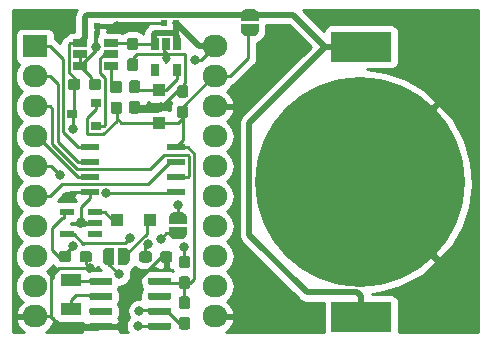
<source format=gbr>
G04 #@! TF.GenerationSoftware,KiCad,Pcbnew,(5.1.5)-3*
G04 #@! TF.CreationDate,2020-05-07T17:46:45-04:00*
G04 #@! TF.ProjectId,CR2025_Nordic,43523230-3235-45f4-9e6f-726469632e6b,rev?*
G04 #@! TF.SameCoordinates,Original*
G04 #@! TF.FileFunction,Copper,L1,Top*
G04 #@! TF.FilePolarity,Positive*
%FSLAX46Y46*%
G04 Gerber Fmt 4.6, Leading zero omitted, Abs format (unit mm)*
G04 Created by KiCad (PCBNEW (5.1.5)-3) date 2020-05-07 17:46:45*
%MOMM*%
%LPD*%
G04 APERTURE LIST*
%ADD10R,2.100000X1.900000*%
%ADD11O,2.100000X1.900000*%
%ADD12C,0.100000*%
%ADD13R,1.524000X0.558800*%
%ADD14R,0.900000X0.800000*%
%ADD15R,1.800000X1.000000*%
%ADD16R,0.599999X0.499999*%
%ADD17R,1.100000X1.100000*%
%ADD18R,0.650000X1.060000*%
%ADD19C,17.780001*%
%ADD20R,5.080000X2.540000*%
%ADD21R,1.240000X0.550000*%
%ADD22R,1.220000X0.650000*%
%ADD23C,0.800000*%
%ADD24C,0.250000*%
%ADD25C,0.500000*%
%ADD26C,0.254000*%
G04 APERTURE END LIST*
D10*
X126796800Y-79133700D03*
D11*
X142006800Y-79133700D03*
X126796800Y-81673700D03*
X142006800Y-81673700D03*
X126796800Y-84213700D03*
X142006800Y-84213700D03*
X126796800Y-86753700D03*
X142006800Y-86753700D03*
X126796800Y-89293700D03*
X142006800Y-89293700D03*
X126796800Y-91833700D03*
X142006800Y-91833700D03*
X126796800Y-94373700D03*
X142006800Y-94373700D03*
X126796800Y-96913700D03*
X142006800Y-96913700D03*
X126796800Y-99453700D03*
X142006800Y-99453700D03*
X126796800Y-101993700D03*
X142006800Y-101993700D03*
G04 #@! TA.AperFunction,SMDPad,CuDef*
D12*
G36*
X133025120Y-97655478D02*
G01*
X133000586Y-97655478D01*
X132951755Y-97650668D01*
X132903630Y-97641096D01*
X132856675Y-97626852D01*
X132811342Y-97608075D01*
X132768069Y-97584944D01*
X132727270Y-97557684D01*
X132689341Y-97526556D01*
X132654644Y-97491859D01*
X132623516Y-97453930D01*
X132596256Y-97413131D01*
X132573125Y-97369858D01*
X132554348Y-97324525D01*
X132540104Y-97277570D01*
X132530532Y-97229445D01*
X132525722Y-97180614D01*
X132525722Y-97156080D01*
X132525120Y-97156080D01*
X132525120Y-96656080D01*
X132525722Y-96656080D01*
X132525722Y-96631546D01*
X132530532Y-96582715D01*
X132540104Y-96534590D01*
X132554348Y-96487635D01*
X132573125Y-96442302D01*
X132596256Y-96399029D01*
X132623516Y-96358230D01*
X132654644Y-96320301D01*
X132689341Y-96285604D01*
X132727270Y-96254476D01*
X132768069Y-96227216D01*
X132811342Y-96204085D01*
X132856675Y-96185308D01*
X132903630Y-96171064D01*
X132951755Y-96161492D01*
X133000586Y-96156682D01*
X133025120Y-96156682D01*
X133025120Y-96156080D01*
X133525120Y-96156080D01*
X133525120Y-97656080D01*
X133025120Y-97656080D01*
X133025120Y-97655478D01*
G37*
G04 #@! TD.AperFunction*
G04 #@! TA.AperFunction,SMDPad,CuDef*
G36*
X133825120Y-96156080D02*
G01*
X134325120Y-96156080D01*
X134325120Y-96156682D01*
X134349654Y-96156682D01*
X134398485Y-96161492D01*
X134446610Y-96171064D01*
X134493565Y-96185308D01*
X134538898Y-96204085D01*
X134582171Y-96227216D01*
X134622970Y-96254476D01*
X134660899Y-96285604D01*
X134695596Y-96320301D01*
X134726724Y-96358230D01*
X134753984Y-96399029D01*
X134777115Y-96442302D01*
X134795892Y-96487635D01*
X134810136Y-96534590D01*
X134819708Y-96582715D01*
X134824518Y-96631546D01*
X134824518Y-96656080D01*
X134825120Y-96656080D01*
X134825120Y-97156080D01*
X134824518Y-97156080D01*
X134824518Y-97180614D01*
X134819708Y-97229445D01*
X134810136Y-97277570D01*
X134795892Y-97324525D01*
X134777115Y-97369858D01*
X134753984Y-97413131D01*
X134726724Y-97453930D01*
X134695596Y-97491859D01*
X134660899Y-97526556D01*
X134622970Y-97557684D01*
X134582171Y-97584944D01*
X134538898Y-97608075D01*
X134493565Y-97626852D01*
X134446610Y-97641096D01*
X134398485Y-97650668D01*
X134349654Y-97655478D01*
X134325120Y-97655478D01*
X134325120Y-97656080D01*
X133825120Y-97656080D01*
X133825120Y-96156080D01*
G37*
G04 #@! TD.AperFunction*
G04 #@! TA.AperFunction,SMDPad,CuDef*
G36*
X138153042Y-93650040D02*
G01*
X138153042Y-93625506D01*
X138157852Y-93576675D01*
X138167424Y-93528550D01*
X138181668Y-93481595D01*
X138200445Y-93436262D01*
X138223576Y-93392989D01*
X138250836Y-93352190D01*
X138281964Y-93314261D01*
X138316661Y-93279564D01*
X138354590Y-93248436D01*
X138395389Y-93221176D01*
X138438662Y-93198045D01*
X138483995Y-93179268D01*
X138530950Y-93165024D01*
X138579075Y-93155452D01*
X138627906Y-93150642D01*
X138652440Y-93150642D01*
X138652440Y-93150040D01*
X139152440Y-93150040D01*
X139152440Y-93150642D01*
X139176974Y-93150642D01*
X139225805Y-93155452D01*
X139273930Y-93165024D01*
X139320885Y-93179268D01*
X139366218Y-93198045D01*
X139409491Y-93221176D01*
X139450290Y-93248436D01*
X139488219Y-93279564D01*
X139522916Y-93314261D01*
X139554044Y-93352190D01*
X139581304Y-93392989D01*
X139604435Y-93436262D01*
X139623212Y-93481595D01*
X139637456Y-93528550D01*
X139647028Y-93576675D01*
X139651838Y-93625506D01*
X139651838Y-93650040D01*
X139652440Y-93650040D01*
X139652440Y-94150040D01*
X138152440Y-94150040D01*
X138152440Y-93650040D01*
X138153042Y-93650040D01*
G37*
G04 #@! TD.AperFunction*
G04 #@! TA.AperFunction,SMDPad,CuDef*
G36*
X139652440Y-94450040D02*
G01*
X139652440Y-94950040D01*
X139651838Y-94950040D01*
X139651838Y-94974574D01*
X139647028Y-95023405D01*
X139637456Y-95071530D01*
X139623212Y-95118485D01*
X139604435Y-95163818D01*
X139581304Y-95207091D01*
X139554044Y-95247890D01*
X139522916Y-95285819D01*
X139488219Y-95320516D01*
X139450290Y-95351644D01*
X139409491Y-95378904D01*
X139366218Y-95402035D01*
X139320885Y-95420812D01*
X139273930Y-95435056D01*
X139225805Y-95444628D01*
X139176974Y-95449438D01*
X139152440Y-95449438D01*
X139152440Y-95450040D01*
X138652440Y-95450040D01*
X138652440Y-95449438D01*
X138627906Y-95449438D01*
X138579075Y-95444628D01*
X138530950Y-95435056D01*
X138483995Y-95420812D01*
X138438662Y-95402035D01*
X138395389Y-95378904D01*
X138354590Y-95351644D01*
X138316661Y-95320516D01*
X138281964Y-95285819D01*
X138250836Y-95247890D01*
X138223576Y-95207091D01*
X138200445Y-95163818D01*
X138181668Y-95118485D01*
X138167424Y-95071530D01*
X138157852Y-95023405D01*
X138153042Y-94974574D01*
X138153042Y-94950040D01*
X138152440Y-94950040D01*
X138152440Y-94450040D01*
X139652440Y-94450040D01*
G37*
G04 #@! TD.AperFunction*
D13*
X138732260Y-87660480D03*
X138732260Y-88930480D03*
X138732260Y-90200480D03*
X138732260Y-91470480D03*
X131442460Y-91470480D03*
X131442460Y-90200480D03*
X131442460Y-88930480D03*
X131442460Y-87660480D03*
D14*
X129949700Y-84886800D03*
X131949700Y-83936800D03*
X131949700Y-85836800D03*
D15*
X129844800Y-98886960D03*
X129844800Y-101386960D03*
D16*
X138701399Y-77152500D03*
X137701401Y-77152500D03*
X132021199Y-77381100D03*
X131021201Y-77381100D03*
G04 #@! TA.AperFunction,SMDPad,CuDef*
D12*
G36*
X139567079Y-82408444D02*
G01*
X139590134Y-82411863D01*
X139612743Y-82417527D01*
X139634687Y-82425379D01*
X139655757Y-82435344D01*
X139675748Y-82447326D01*
X139694468Y-82461210D01*
X139711738Y-82476862D01*
X139727390Y-82494132D01*
X139741274Y-82512852D01*
X139753256Y-82532843D01*
X139763221Y-82553913D01*
X139771073Y-82575857D01*
X139776737Y-82598466D01*
X139780156Y-82621521D01*
X139781300Y-82644800D01*
X139781300Y-83219800D01*
X139780156Y-83243079D01*
X139776737Y-83266134D01*
X139771073Y-83288743D01*
X139763221Y-83310687D01*
X139753256Y-83331757D01*
X139741274Y-83351748D01*
X139727390Y-83370468D01*
X139711738Y-83387738D01*
X139694468Y-83403390D01*
X139675748Y-83417274D01*
X139655757Y-83429256D01*
X139634687Y-83439221D01*
X139612743Y-83447073D01*
X139590134Y-83452737D01*
X139567079Y-83456156D01*
X139543800Y-83457300D01*
X139068800Y-83457300D01*
X139045521Y-83456156D01*
X139022466Y-83452737D01*
X138999857Y-83447073D01*
X138977913Y-83439221D01*
X138956843Y-83429256D01*
X138936852Y-83417274D01*
X138918132Y-83403390D01*
X138900862Y-83387738D01*
X138885210Y-83370468D01*
X138871326Y-83351748D01*
X138859344Y-83331757D01*
X138849379Y-83310687D01*
X138841527Y-83288743D01*
X138835863Y-83266134D01*
X138832444Y-83243079D01*
X138831300Y-83219800D01*
X138831300Y-82644800D01*
X138832444Y-82621521D01*
X138835863Y-82598466D01*
X138841527Y-82575857D01*
X138849379Y-82553913D01*
X138859344Y-82532843D01*
X138871326Y-82512852D01*
X138885210Y-82494132D01*
X138900862Y-82476862D01*
X138918132Y-82461210D01*
X138936852Y-82447326D01*
X138956843Y-82435344D01*
X138977913Y-82425379D01*
X138999857Y-82417527D01*
X139022466Y-82411863D01*
X139045521Y-82408444D01*
X139068800Y-82407300D01*
X139543800Y-82407300D01*
X139567079Y-82408444D01*
G37*
G04 #@! TD.AperFunction*
G04 #@! TA.AperFunction,SMDPad,CuDef*
G36*
X139567079Y-84158444D02*
G01*
X139590134Y-84161863D01*
X139612743Y-84167527D01*
X139634687Y-84175379D01*
X139655757Y-84185344D01*
X139675748Y-84197326D01*
X139694468Y-84211210D01*
X139711738Y-84226862D01*
X139727390Y-84244132D01*
X139741274Y-84262852D01*
X139753256Y-84282843D01*
X139763221Y-84303913D01*
X139771073Y-84325857D01*
X139776737Y-84348466D01*
X139780156Y-84371521D01*
X139781300Y-84394800D01*
X139781300Y-84969800D01*
X139780156Y-84993079D01*
X139776737Y-85016134D01*
X139771073Y-85038743D01*
X139763221Y-85060687D01*
X139753256Y-85081757D01*
X139741274Y-85101748D01*
X139727390Y-85120468D01*
X139711738Y-85137738D01*
X139694468Y-85153390D01*
X139675748Y-85167274D01*
X139655757Y-85179256D01*
X139634687Y-85189221D01*
X139612743Y-85197073D01*
X139590134Y-85202737D01*
X139567079Y-85206156D01*
X139543800Y-85207300D01*
X139068800Y-85207300D01*
X139045521Y-85206156D01*
X139022466Y-85202737D01*
X138999857Y-85197073D01*
X138977913Y-85189221D01*
X138956843Y-85179256D01*
X138936852Y-85167274D01*
X138918132Y-85153390D01*
X138900862Y-85137738D01*
X138885210Y-85120468D01*
X138871326Y-85101748D01*
X138859344Y-85081757D01*
X138849379Y-85060687D01*
X138841527Y-85038743D01*
X138835863Y-85016134D01*
X138832444Y-84993079D01*
X138831300Y-84969800D01*
X138831300Y-84394800D01*
X138832444Y-84371521D01*
X138835863Y-84348466D01*
X138841527Y-84325857D01*
X138849379Y-84303913D01*
X138859344Y-84282843D01*
X138871326Y-84262852D01*
X138885210Y-84244132D01*
X138900862Y-84226862D01*
X138918132Y-84211210D01*
X138936852Y-84197326D01*
X138956843Y-84185344D01*
X138977913Y-84175379D01*
X138999857Y-84167527D01*
X139022466Y-84161863D01*
X139045521Y-84158444D01*
X139068800Y-84157300D01*
X139543800Y-84157300D01*
X139567079Y-84158444D01*
G37*
G04 #@! TD.AperFunction*
G04 #@! TA.AperFunction,SMDPad,CuDef*
G36*
X145752918Y-77764400D02*
G01*
X145752918Y-77788934D01*
X145748108Y-77837765D01*
X145738536Y-77885890D01*
X145724292Y-77932845D01*
X145705515Y-77978178D01*
X145682384Y-78021451D01*
X145655124Y-78062250D01*
X145623996Y-78100179D01*
X145589299Y-78134876D01*
X145551370Y-78166004D01*
X145510571Y-78193264D01*
X145467298Y-78216395D01*
X145421965Y-78235172D01*
X145375010Y-78249416D01*
X145326885Y-78258988D01*
X145278054Y-78263798D01*
X145253520Y-78263798D01*
X145253520Y-78264400D01*
X144753520Y-78264400D01*
X144753520Y-78263798D01*
X144728986Y-78263798D01*
X144680155Y-78258988D01*
X144632030Y-78249416D01*
X144585075Y-78235172D01*
X144539742Y-78216395D01*
X144496469Y-78193264D01*
X144455670Y-78166004D01*
X144417741Y-78134876D01*
X144383044Y-78100179D01*
X144351916Y-78062250D01*
X144324656Y-78021451D01*
X144301525Y-77978178D01*
X144282748Y-77932845D01*
X144268504Y-77885890D01*
X144258932Y-77837765D01*
X144254122Y-77788934D01*
X144254122Y-77764400D01*
X144253520Y-77764400D01*
X144253520Y-77264400D01*
X145753520Y-77264400D01*
X145753520Y-77764400D01*
X145752918Y-77764400D01*
G37*
G04 #@! TD.AperFunction*
G04 #@! TA.AperFunction,SMDPad,CuDef*
G36*
X144253520Y-76964400D02*
G01*
X144253520Y-76464400D01*
X144254122Y-76464400D01*
X144254122Y-76439866D01*
X144258932Y-76391035D01*
X144268504Y-76342910D01*
X144282748Y-76295955D01*
X144301525Y-76250622D01*
X144324656Y-76207349D01*
X144351916Y-76166550D01*
X144383044Y-76128621D01*
X144417741Y-76093924D01*
X144455670Y-76062796D01*
X144496469Y-76035536D01*
X144539742Y-76012405D01*
X144585075Y-75993628D01*
X144632030Y-75979384D01*
X144680155Y-75969812D01*
X144728986Y-75965002D01*
X144753520Y-75965002D01*
X144753520Y-75964400D01*
X145253520Y-75964400D01*
X145253520Y-75965002D01*
X145278054Y-75965002D01*
X145326885Y-75969812D01*
X145375010Y-75979384D01*
X145421965Y-75993628D01*
X145467298Y-76012405D01*
X145510571Y-76035536D01*
X145551370Y-76062796D01*
X145589299Y-76093924D01*
X145623996Y-76128621D01*
X145655124Y-76166550D01*
X145682384Y-76207349D01*
X145705515Y-76250622D01*
X145724292Y-76295955D01*
X145738536Y-76342910D01*
X145748108Y-76391035D01*
X145752918Y-76439866D01*
X145752918Y-76464400D01*
X145753520Y-76464400D01*
X145753520Y-76964400D01*
X144253520Y-76964400D01*
G37*
G04 #@! TD.AperFunction*
D17*
X136558480Y-93858080D03*
X133758480Y-93858080D03*
G04 #@! TA.AperFunction,SMDPad,CuDef*
D12*
G36*
X138218779Y-96477944D02*
G01*
X138241834Y-96481363D01*
X138264443Y-96487027D01*
X138286387Y-96494879D01*
X138307457Y-96504844D01*
X138327448Y-96516826D01*
X138346168Y-96530710D01*
X138363438Y-96546362D01*
X138379090Y-96563632D01*
X138392974Y-96582352D01*
X138404956Y-96602343D01*
X138414921Y-96623413D01*
X138422773Y-96645357D01*
X138428437Y-96667966D01*
X138431856Y-96691021D01*
X138433000Y-96714300D01*
X138433000Y-97189300D01*
X138431856Y-97212579D01*
X138428437Y-97235634D01*
X138422773Y-97258243D01*
X138414921Y-97280187D01*
X138404956Y-97301257D01*
X138392974Y-97321248D01*
X138379090Y-97339968D01*
X138363438Y-97357238D01*
X138346168Y-97372890D01*
X138327448Y-97386774D01*
X138307457Y-97398756D01*
X138286387Y-97408721D01*
X138264443Y-97416573D01*
X138241834Y-97422237D01*
X138218779Y-97425656D01*
X138195500Y-97426800D01*
X137620500Y-97426800D01*
X137597221Y-97425656D01*
X137574166Y-97422237D01*
X137551557Y-97416573D01*
X137529613Y-97408721D01*
X137508543Y-97398756D01*
X137488552Y-97386774D01*
X137469832Y-97372890D01*
X137452562Y-97357238D01*
X137436910Y-97339968D01*
X137423026Y-97321248D01*
X137411044Y-97301257D01*
X137401079Y-97280187D01*
X137393227Y-97258243D01*
X137387563Y-97235634D01*
X137384144Y-97212579D01*
X137383000Y-97189300D01*
X137383000Y-96714300D01*
X137384144Y-96691021D01*
X137387563Y-96667966D01*
X137393227Y-96645357D01*
X137401079Y-96623413D01*
X137411044Y-96602343D01*
X137423026Y-96582352D01*
X137436910Y-96563632D01*
X137452562Y-96546362D01*
X137469832Y-96530710D01*
X137488552Y-96516826D01*
X137508543Y-96504844D01*
X137529613Y-96494879D01*
X137551557Y-96487027D01*
X137574166Y-96481363D01*
X137597221Y-96477944D01*
X137620500Y-96476800D01*
X138195500Y-96476800D01*
X138218779Y-96477944D01*
G37*
G04 #@! TD.AperFunction*
G04 #@! TA.AperFunction,SMDPad,CuDef*
G36*
X136468779Y-96477944D02*
G01*
X136491834Y-96481363D01*
X136514443Y-96487027D01*
X136536387Y-96494879D01*
X136557457Y-96504844D01*
X136577448Y-96516826D01*
X136596168Y-96530710D01*
X136613438Y-96546362D01*
X136629090Y-96563632D01*
X136642974Y-96582352D01*
X136654956Y-96602343D01*
X136664921Y-96623413D01*
X136672773Y-96645357D01*
X136678437Y-96667966D01*
X136681856Y-96691021D01*
X136683000Y-96714300D01*
X136683000Y-97189300D01*
X136681856Y-97212579D01*
X136678437Y-97235634D01*
X136672773Y-97258243D01*
X136664921Y-97280187D01*
X136654956Y-97301257D01*
X136642974Y-97321248D01*
X136629090Y-97339968D01*
X136613438Y-97357238D01*
X136596168Y-97372890D01*
X136577448Y-97386774D01*
X136557457Y-97398756D01*
X136536387Y-97408721D01*
X136514443Y-97416573D01*
X136491834Y-97422237D01*
X136468779Y-97425656D01*
X136445500Y-97426800D01*
X135870500Y-97426800D01*
X135847221Y-97425656D01*
X135824166Y-97422237D01*
X135801557Y-97416573D01*
X135779613Y-97408721D01*
X135758543Y-97398756D01*
X135738552Y-97386774D01*
X135719832Y-97372890D01*
X135702562Y-97357238D01*
X135686910Y-97339968D01*
X135673026Y-97321248D01*
X135661044Y-97301257D01*
X135651079Y-97280187D01*
X135643227Y-97258243D01*
X135637563Y-97235634D01*
X135634144Y-97212579D01*
X135633000Y-97189300D01*
X135633000Y-96714300D01*
X135634144Y-96691021D01*
X135637563Y-96667966D01*
X135643227Y-96645357D01*
X135651079Y-96623413D01*
X135661044Y-96602343D01*
X135673026Y-96582352D01*
X135686910Y-96563632D01*
X135702562Y-96546362D01*
X135719832Y-96530710D01*
X135738552Y-96516826D01*
X135758543Y-96504844D01*
X135779613Y-96494879D01*
X135801557Y-96487027D01*
X135824166Y-96481363D01*
X135847221Y-96477944D01*
X135870500Y-96476800D01*
X136445500Y-96476800D01*
X136468779Y-96477944D01*
G37*
G04 #@! TD.AperFunction*
G04 #@! TA.AperFunction,SMDPad,CuDef*
G36*
X139716939Y-102052744D02*
G01*
X139739994Y-102056163D01*
X139762603Y-102061827D01*
X139784547Y-102069679D01*
X139805617Y-102079644D01*
X139825608Y-102091626D01*
X139844328Y-102105510D01*
X139861598Y-102121162D01*
X139877250Y-102138432D01*
X139891134Y-102157152D01*
X139903116Y-102177143D01*
X139913081Y-102198213D01*
X139920933Y-102220157D01*
X139926597Y-102242766D01*
X139930016Y-102265821D01*
X139931160Y-102289100D01*
X139931160Y-102864100D01*
X139930016Y-102887379D01*
X139926597Y-102910434D01*
X139920933Y-102933043D01*
X139913081Y-102954987D01*
X139903116Y-102976057D01*
X139891134Y-102996048D01*
X139877250Y-103014768D01*
X139861598Y-103032038D01*
X139844328Y-103047690D01*
X139825608Y-103061574D01*
X139805617Y-103073556D01*
X139784547Y-103083521D01*
X139762603Y-103091373D01*
X139739994Y-103097037D01*
X139716939Y-103100456D01*
X139693660Y-103101600D01*
X139218660Y-103101600D01*
X139195381Y-103100456D01*
X139172326Y-103097037D01*
X139149717Y-103091373D01*
X139127773Y-103083521D01*
X139106703Y-103073556D01*
X139086712Y-103061574D01*
X139067992Y-103047690D01*
X139050722Y-103032038D01*
X139035070Y-103014768D01*
X139021186Y-102996048D01*
X139009204Y-102976057D01*
X138999239Y-102954987D01*
X138991387Y-102933043D01*
X138985723Y-102910434D01*
X138982304Y-102887379D01*
X138981160Y-102864100D01*
X138981160Y-102289100D01*
X138982304Y-102265821D01*
X138985723Y-102242766D01*
X138991387Y-102220157D01*
X138999239Y-102198213D01*
X139009204Y-102177143D01*
X139021186Y-102157152D01*
X139035070Y-102138432D01*
X139050722Y-102121162D01*
X139067992Y-102105510D01*
X139086712Y-102091626D01*
X139106703Y-102079644D01*
X139127773Y-102069679D01*
X139149717Y-102061827D01*
X139172326Y-102056163D01*
X139195381Y-102052744D01*
X139218660Y-102051600D01*
X139693660Y-102051600D01*
X139716939Y-102052744D01*
G37*
G04 #@! TD.AperFunction*
G04 #@! TA.AperFunction,SMDPad,CuDef*
G36*
X139716939Y-100302744D02*
G01*
X139739994Y-100306163D01*
X139762603Y-100311827D01*
X139784547Y-100319679D01*
X139805617Y-100329644D01*
X139825608Y-100341626D01*
X139844328Y-100355510D01*
X139861598Y-100371162D01*
X139877250Y-100388432D01*
X139891134Y-100407152D01*
X139903116Y-100427143D01*
X139913081Y-100448213D01*
X139920933Y-100470157D01*
X139926597Y-100492766D01*
X139930016Y-100515821D01*
X139931160Y-100539100D01*
X139931160Y-101114100D01*
X139930016Y-101137379D01*
X139926597Y-101160434D01*
X139920933Y-101183043D01*
X139913081Y-101204987D01*
X139903116Y-101226057D01*
X139891134Y-101246048D01*
X139877250Y-101264768D01*
X139861598Y-101282038D01*
X139844328Y-101297690D01*
X139825608Y-101311574D01*
X139805617Y-101323556D01*
X139784547Y-101333521D01*
X139762603Y-101341373D01*
X139739994Y-101347037D01*
X139716939Y-101350456D01*
X139693660Y-101351600D01*
X139218660Y-101351600D01*
X139195381Y-101350456D01*
X139172326Y-101347037D01*
X139149717Y-101341373D01*
X139127773Y-101333521D01*
X139106703Y-101323556D01*
X139086712Y-101311574D01*
X139067992Y-101297690D01*
X139050722Y-101282038D01*
X139035070Y-101264768D01*
X139021186Y-101246048D01*
X139009204Y-101226057D01*
X138999239Y-101204987D01*
X138991387Y-101183043D01*
X138985723Y-101160434D01*
X138982304Y-101137379D01*
X138981160Y-101114100D01*
X138981160Y-100539100D01*
X138982304Y-100515821D01*
X138985723Y-100492766D01*
X138991387Y-100470157D01*
X138999239Y-100448213D01*
X139009204Y-100427143D01*
X139021186Y-100407152D01*
X139035070Y-100388432D01*
X139050722Y-100371162D01*
X139067992Y-100355510D01*
X139086712Y-100341626D01*
X139106703Y-100329644D01*
X139127773Y-100319679D01*
X139149717Y-100311827D01*
X139172326Y-100306163D01*
X139195381Y-100302744D01*
X139218660Y-100301600D01*
X139693660Y-100301600D01*
X139716939Y-100302744D01*
G37*
G04 #@! TD.AperFunction*
G04 #@! TA.AperFunction,SMDPad,CuDef*
G36*
X139716939Y-96848344D02*
G01*
X139739994Y-96851763D01*
X139762603Y-96857427D01*
X139784547Y-96865279D01*
X139805617Y-96875244D01*
X139825608Y-96887226D01*
X139844328Y-96901110D01*
X139861598Y-96916762D01*
X139877250Y-96934032D01*
X139891134Y-96952752D01*
X139903116Y-96972743D01*
X139913081Y-96993813D01*
X139920933Y-97015757D01*
X139926597Y-97038366D01*
X139930016Y-97061421D01*
X139931160Y-97084700D01*
X139931160Y-97659700D01*
X139930016Y-97682979D01*
X139926597Y-97706034D01*
X139920933Y-97728643D01*
X139913081Y-97750587D01*
X139903116Y-97771657D01*
X139891134Y-97791648D01*
X139877250Y-97810368D01*
X139861598Y-97827638D01*
X139844328Y-97843290D01*
X139825608Y-97857174D01*
X139805617Y-97869156D01*
X139784547Y-97879121D01*
X139762603Y-97886973D01*
X139739994Y-97892637D01*
X139716939Y-97896056D01*
X139693660Y-97897200D01*
X139218660Y-97897200D01*
X139195381Y-97896056D01*
X139172326Y-97892637D01*
X139149717Y-97886973D01*
X139127773Y-97879121D01*
X139106703Y-97869156D01*
X139086712Y-97857174D01*
X139067992Y-97843290D01*
X139050722Y-97827638D01*
X139035070Y-97810368D01*
X139021186Y-97791648D01*
X139009204Y-97771657D01*
X138999239Y-97750587D01*
X138991387Y-97728643D01*
X138985723Y-97706034D01*
X138982304Y-97682979D01*
X138981160Y-97659700D01*
X138981160Y-97084700D01*
X138982304Y-97061421D01*
X138985723Y-97038366D01*
X138991387Y-97015757D01*
X138999239Y-96993813D01*
X139009204Y-96972743D01*
X139021186Y-96952752D01*
X139035070Y-96934032D01*
X139050722Y-96916762D01*
X139067992Y-96901110D01*
X139086712Y-96887226D01*
X139106703Y-96875244D01*
X139127773Y-96865279D01*
X139149717Y-96857427D01*
X139172326Y-96851763D01*
X139195381Y-96848344D01*
X139218660Y-96847200D01*
X139693660Y-96847200D01*
X139716939Y-96848344D01*
G37*
G04 #@! TD.AperFunction*
G04 #@! TA.AperFunction,SMDPad,CuDef*
G36*
X139716939Y-98598344D02*
G01*
X139739994Y-98601763D01*
X139762603Y-98607427D01*
X139784547Y-98615279D01*
X139805617Y-98625244D01*
X139825608Y-98637226D01*
X139844328Y-98651110D01*
X139861598Y-98666762D01*
X139877250Y-98684032D01*
X139891134Y-98702752D01*
X139903116Y-98722743D01*
X139913081Y-98743813D01*
X139920933Y-98765757D01*
X139926597Y-98788366D01*
X139930016Y-98811421D01*
X139931160Y-98834700D01*
X139931160Y-99409700D01*
X139930016Y-99432979D01*
X139926597Y-99456034D01*
X139920933Y-99478643D01*
X139913081Y-99500587D01*
X139903116Y-99521657D01*
X139891134Y-99541648D01*
X139877250Y-99560368D01*
X139861598Y-99577638D01*
X139844328Y-99593290D01*
X139825608Y-99607174D01*
X139805617Y-99619156D01*
X139784547Y-99629121D01*
X139762603Y-99636973D01*
X139739994Y-99642637D01*
X139716939Y-99646056D01*
X139693660Y-99647200D01*
X139218660Y-99647200D01*
X139195381Y-99646056D01*
X139172326Y-99642637D01*
X139149717Y-99636973D01*
X139127773Y-99629121D01*
X139106703Y-99619156D01*
X139086712Y-99607174D01*
X139067992Y-99593290D01*
X139050722Y-99577638D01*
X139035070Y-99560368D01*
X139021186Y-99541648D01*
X139009204Y-99521657D01*
X138999239Y-99500587D01*
X138991387Y-99478643D01*
X138985723Y-99456034D01*
X138982304Y-99432979D01*
X138981160Y-99409700D01*
X138981160Y-98834700D01*
X138982304Y-98811421D01*
X138985723Y-98788366D01*
X138991387Y-98765757D01*
X138999239Y-98743813D01*
X139009204Y-98722743D01*
X139021186Y-98702752D01*
X139035070Y-98684032D01*
X139050722Y-98666762D01*
X139067992Y-98651110D01*
X139086712Y-98637226D01*
X139106703Y-98625244D01*
X139127773Y-98615279D01*
X139149717Y-98607427D01*
X139172326Y-98601763D01*
X139195381Y-98598344D01*
X139218660Y-98597200D01*
X139693660Y-98597200D01*
X139716939Y-98598344D01*
G37*
G04 #@! TD.AperFunction*
G04 #@! TA.AperFunction,SMDPad,CuDef*
G36*
X138178543Y-98709922D02*
G01*
X138193104Y-98712082D01*
X138207383Y-98715659D01*
X138221243Y-98720618D01*
X138234550Y-98726912D01*
X138247176Y-98734480D01*
X138258999Y-98743248D01*
X138269906Y-98753134D01*
X138279792Y-98764041D01*
X138288560Y-98775864D01*
X138296128Y-98788490D01*
X138302422Y-98801797D01*
X138307381Y-98815657D01*
X138310958Y-98829936D01*
X138313118Y-98844497D01*
X138313840Y-98859200D01*
X138313840Y-99159200D01*
X138313118Y-99173903D01*
X138310958Y-99188464D01*
X138307381Y-99202743D01*
X138302422Y-99216603D01*
X138296128Y-99229910D01*
X138288560Y-99242536D01*
X138279792Y-99254359D01*
X138269906Y-99265266D01*
X138258999Y-99275152D01*
X138247176Y-99283920D01*
X138234550Y-99291488D01*
X138221243Y-99297782D01*
X138207383Y-99302741D01*
X138193104Y-99306318D01*
X138178543Y-99308478D01*
X138163840Y-99309200D01*
X136513840Y-99309200D01*
X136499137Y-99308478D01*
X136484576Y-99306318D01*
X136470297Y-99302741D01*
X136456437Y-99297782D01*
X136443130Y-99291488D01*
X136430504Y-99283920D01*
X136418681Y-99275152D01*
X136407774Y-99265266D01*
X136397888Y-99254359D01*
X136389120Y-99242536D01*
X136381552Y-99229910D01*
X136375258Y-99216603D01*
X136370299Y-99202743D01*
X136366722Y-99188464D01*
X136364562Y-99173903D01*
X136363840Y-99159200D01*
X136363840Y-98859200D01*
X136364562Y-98844497D01*
X136366722Y-98829936D01*
X136370299Y-98815657D01*
X136375258Y-98801797D01*
X136381552Y-98788490D01*
X136389120Y-98775864D01*
X136397888Y-98764041D01*
X136407774Y-98753134D01*
X136418681Y-98743248D01*
X136430504Y-98734480D01*
X136443130Y-98726912D01*
X136456437Y-98720618D01*
X136470297Y-98715659D01*
X136484576Y-98712082D01*
X136499137Y-98709922D01*
X136513840Y-98709200D01*
X138163840Y-98709200D01*
X138178543Y-98709922D01*
G37*
G04 #@! TD.AperFunction*
G04 #@! TA.AperFunction,SMDPad,CuDef*
G36*
X138178543Y-99979922D02*
G01*
X138193104Y-99982082D01*
X138207383Y-99985659D01*
X138221243Y-99990618D01*
X138234550Y-99996912D01*
X138247176Y-100004480D01*
X138258999Y-100013248D01*
X138269906Y-100023134D01*
X138279792Y-100034041D01*
X138288560Y-100045864D01*
X138296128Y-100058490D01*
X138302422Y-100071797D01*
X138307381Y-100085657D01*
X138310958Y-100099936D01*
X138313118Y-100114497D01*
X138313840Y-100129200D01*
X138313840Y-100429200D01*
X138313118Y-100443903D01*
X138310958Y-100458464D01*
X138307381Y-100472743D01*
X138302422Y-100486603D01*
X138296128Y-100499910D01*
X138288560Y-100512536D01*
X138279792Y-100524359D01*
X138269906Y-100535266D01*
X138258999Y-100545152D01*
X138247176Y-100553920D01*
X138234550Y-100561488D01*
X138221243Y-100567782D01*
X138207383Y-100572741D01*
X138193104Y-100576318D01*
X138178543Y-100578478D01*
X138163840Y-100579200D01*
X136513840Y-100579200D01*
X136499137Y-100578478D01*
X136484576Y-100576318D01*
X136470297Y-100572741D01*
X136456437Y-100567782D01*
X136443130Y-100561488D01*
X136430504Y-100553920D01*
X136418681Y-100545152D01*
X136407774Y-100535266D01*
X136397888Y-100524359D01*
X136389120Y-100512536D01*
X136381552Y-100499910D01*
X136375258Y-100486603D01*
X136370299Y-100472743D01*
X136366722Y-100458464D01*
X136364562Y-100443903D01*
X136363840Y-100429200D01*
X136363840Y-100129200D01*
X136364562Y-100114497D01*
X136366722Y-100099936D01*
X136370299Y-100085657D01*
X136375258Y-100071797D01*
X136381552Y-100058490D01*
X136389120Y-100045864D01*
X136397888Y-100034041D01*
X136407774Y-100023134D01*
X136418681Y-100013248D01*
X136430504Y-100004480D01*
X136443130Y-99996912D01*
X136456437Y-99990618D01*
X136470297Y-99985659D01*
X136484576Y-99982082D01*
X136499137Y-99979922D01*
X136513840Y-99979200D01*
X138163840Y-99979200D01*
X138178543Y-99979922D01*
G37*
G04 #@! TD.AperFunction*
G04 #@! TA.AperFunction,SMDPad,CuDef*
G36*
X138178543Y-101249922D02*
G01*
X138193104Y-101252082D01*
X138207383Y-101255659D01*
X138221243Y-101260618D01*
X138234550Y-101266912D01*
X138247176Y-101274480D01*
X138258999Y-101283248D01*
X138269906Y-101293134D01*
X138279792Y-101304041D01*
X138288560Y-101315864D01*
X138296128Y-101328490D01*
X138302422Y-101341797D01*
X138307381Y-101355657D01*
X138310958Y-101369936D01*
X138313118Y-101384497D01*
X138313840Y-101399200D01*
X138313840Y-101699200D01*
X138313118Y-101713903D01*
X138310958Y-101728464D01*
X138307381Y-101742743D01*
X138302422Y-101756603D01*
X138296128Y-101769910D01*
X138288560Y-101782536D01*
X138279792Y-101794359D01*
X138269906Y-101805266D01*
X138258999Y-101815152D01*
X138247176Y-101823920D01*
X138234550Y-101831488D01*
X138221243Y-101837782D01*
X138207383Y-101842741D01*
X138193104Y-101846318D01*
X138178543Y-101848478D01*
X138163840Y-101849200D01*
X136513840Y-101849200D01*
X136499137Y-101848478D01*
X136484576Y-101846318D01*
X136470297Y-101842741D01*
X136456437Y-101837782D01*
X136443130Y-101831488D01*
X136430504Y-101823920D01*
X136418681Y-101815152D01*
X136407774Y-101805266D01*
X136397888Y-101794359D01*
X136389120Y-101782536D01*
X136381552Y-101769910D01*
X136375258Y-101756603D01*
X136370299Y-101742743D01*
X136366722Y-101728464D01*
X136364562Y-101713903D01*
X136363840Y-101699200D01*
X136363840Y-101399200D01*
X136364562Y-101384497D01*
X136366722Y-101369936D01*
X136370299Y-101355657D01*
X136375258Y-101341797D01*
X136381552Y-101328490D01*
X136389120Y-101315864D01*
X136397888Y-101304041D01*
X136407774Y-101293134D01*
X136418681Y-101283248D01*
X136430504Y-101274480D01*
X136443130Y-101266912D01*
X136456437Y-101260618D01*
X136470297Y-101255659D01*
X136484576Y-101252082D01*
X136499137Y-101249922D01*
X136513840Y-101249200D01*
X138163840Y-101249200D01*
X138178543Y-101249922D01*
G37*
G04 #@! TD.AperFunction*
G04 #@! TA.AperFunction,SMDPad,CuDef*
G36*
X138178543Y-102519922D02*
G01*
X138193104Y-102522082D01*
X138207383Y-102525659D01*
X138221243Y-102530618D01*
X138234550Y-102536912D01*
X138247176Y-102544480D01*
X138258999Y-102553248D01*
X138269906Y-102563134D01*
X138279792Y-102574041D01*
X138288560Y-102585864D01*
X138296128Y-102598490D01*
X138302422Y-102611797D01*
X138307381Y-102625657D01*
X138310958Y-102639936D01*
X138313118Y-102654497D01*
X138313840Y-102669200D01*
X138313840Y-102969200D01*
X138313118Y-102983903D01*
X138310958Y-102998464D01*
X138307381Y-103012743D01*
X138302422Y-103026603D01*
X138296128Y-103039910D01*
X138288560Y-103052536D01*
X138279792Y-103064359D01*
X138269906Y-103075266D01*
X138258999Y-103085152D01*
X138247176Y-103093920D01*
X138234550Y-103101488D01*
X138221243Y-103107782D01*
X138207383Y-103112741D01*
X138193104Y-103116318D01*
X138178543Y-103118478D01*
X138163840Y-103119200D01*
X136513840Y-103119200D01*
X136499137Y-103118478D01*
X136484576Y-103116318D01*
X136470297Y-103112741D01*
X136456437Y-103107782D01*
X136443130Y-103101488D01*
X136430504Y-103093920D01*
X136418681Y-103085152D01*
X136407774Y-103075266D01*
X136397888Y-103064359D01*
X136389120Y-103052536D01*
X136381552Y-103039910D01*
X136375258Y-103026603D01*
X136370299Y-103012743D01*
X136366722Y-102998464D01*
X136364562Y-102983903D01*
X136363840Y-102969200D01*
X136363840Y-102669200D01*
X136364562Y-102654497D01*
X136366722Y-102639936D01*
X136370299Y-102625657D01*
X136375258Y-102611797D01*
X136381552Y-102598490D01*
X136389120Y-102585864D01*
X136397888Y-102574041D01*
X136407774Y-102563134D01*
X136418681Y-102553248D01*
X136430504Y-102544480D01*
X136443130Y-102536912D01*
X136456437Y-102530618D01*
X136470297Y-102525659D01*
X136484576Y-102522082D01*
X136499137Y-102519922D01*
X136513840Y-102519200D01*
X138163840Y-102519200D01*
X138178543Y-102519922D01*
G37*
G04 #@! TD.AperFunction*
G04 #@! TA.AperFunction,SMDPad,CuDef*
G36*
X133228543Y-102519922D02*
G01*
X133243104Y-102522082D01*
X133257383Y-102525659D01*
X133271243Y-102530618D01*
X133284550Y-102536912D01*
X133297176Y-102544480D01*
X133308999Y-102553248D01*
X133319906Y-102563134D01*
X133329792Y-102574041D01*
X133338560Y-102585864D01*
X133346128Y-102598490D01*
X133352422Y-102611797D01*
X133357381Y-102625657D01*
X133360958Y-102639936D01*
X133363118Y-102654497D01*
X133363840Y-102669200D01*
X133363840Y-102969200D01*
X133363118Y-102983903D01*
X133360958Y-102998464D01*
X133357381Y-103012743D01*
X133352422Y-103026603D01*
X133346128Y-103039910D01*
X133338560Y-103052536D01*
X133329792Y-103064359D01*
X133319906Y-103075266D01*
X133308999Y-103085152D01*
X133297176Y-103093920D01*
X133284550Y-103101488D01*
X133271243Y-103107782D01*
X133257383Y-103112741D01*
X133243104Y-103116318D01*
X133228543Y-103118478D01*
X133213840Y-103119200D01*
X131563840Y-103119200D01*
X131549137Y-103118478D01*
X131534576Y-103116318D01*
X131520297Y-103112741D01*
X131506437Y-103107782D01*
X131493130Y-103101488D01*
X131480504Y-103093920D01*
X131468681Y-103085152D01*
X131457774Y-103075266D01*
X131447888Y-103064359D01*
X131439120Y-103052536D01*
X131431552Y-103039910D01*
X131425258Y-103026603D01*
X131420299Y-103012743D01*
X131416722Y-102998464D01*
X131414562Y-102983903D01*
X131413840Y-102969200D01*
X131413840Y-102669200D01*
X131414562Y-102654497D01*
X131416722Y-102639936D01*
X131420299Y-102625657D01*
X131425258Y-102611797D01*
X131431552Y-102598490D01*
X131439120Y-102585864D01*
X131447888Y-102574041D01*
X131457774Y-102563134D01*
X131468681Y-102553248D01*
X131480504Y-102544480D01*
X131493130Y-102536912D01*
X131506437Y-102530618D01*
X131520297Y-102525659D01*
X131534576Y-102522082D01*
X131549137Y-102519922D01*
X131563840Y-102519200D01*
X133213840Y-102519200D01*
X133228543Y-102519922D01*
G37*
G04 #@! TD.AperFunction*
G04 #@! TA.AperFunction,SMDPad,CuDef*
G36*
X133228543Y-101249922D02*
G01*
X133243104Y-101252082D01*
X133257383Y-101255659D01*
X133271243Y-101260618D01*
X133284550Y-101266912D01*
X133297176Y-101274480D01*
X133308999Y-101283248D01*
X133319906Y-101293134D01*
X133329792Y-101304041D01*
X133338560Y-101315864D01*
X133346128Y-101328490D01*
X133352422Y-101341797D01*
X133357381Y-101355657D01*
X133360958Y-101369936D01*
X133363118Y-101384497D01*
X133363840Y-101399200D01*
X133363840Y-101699200D01*
X133363118Y-101713903D01*
X133360958Y-101728464D01*
X133357381Y-101742743D01*
X133352422Y-101756603D01*
X133346128Y-101769910D01*
X133338560Y-101782536D01*
X133329792Y-101794359D01*
X133319906Y-101805266D01*
X133308999Y-101815152D01*
X133297176Y-101823920D01*
X133284550Y-101831488D01*
X133271243Y-101837782D01*
X133257383Y-101842741D01*
X133243104Y-101846318D01*
X133228543Y-101848478D01*
X133213840Y-101849200D01*
X131563840Y-101849200D01*
X131549137Y-101848478D01*
X131534576Y-101846318D01*
X131520297Y-101842741D01*
X131506437Y-101837782D01*
X131493130Y-101831488D01*
X131480504Y-101823920D01*
X131468681Y-101815152D01*
X131457774Y-101805266D01*
X131447888Y-101794359D01*
X131439120Y-101782536D01*
X131431552Y-101769910D01*
X131425258Y-101756603D01*
X131420299Y-101742743D01*
X131416722Y-101728464D01*
X131414562Y-101713903D01*
X131413840Y-101699200D01*
X131413840Y-101399200D01*
X131414562Y-101384497D01*
X131416722Y-101369936D01*
X131420299Y-101355657D01*
X131425258Y-101341797D01*
X131431552Y-101328490D01*
X131439120Y-101315864D01*
X131447888Y-101304041D01*
X131457774Y-101293134D01*
X131468681Y-101283248D01*
X131480504Y-101274480D01*
X131493130Y-101266912D01*
X131506437Y-101260618D01*
X131520297Y-101255659D01*
X131534576Y-101252082D01*
X131549137Y-101249922D01*
X131563840Y-101249200D01*
X133213840Y-101249200D01*
X133228543Y-101249922D01*
G37*
G04 #@! TD.AperFunction*
G04 #@! TA.AperFunction,SMDPad,CuDef*
G36*
X133228543Y-99979922D02*
G01*
X133243104Y-99982082D01*
X133257383Y-99985659D01*
X133271243Y-99990618D01*
X133284550Y-99996912D01*
X133297176Y-100004480D01*
X133308999Y-100013248D01*
X133319906Y-100023134D01*
X133329792Y-100034041D01*
X133338560Y-100045864D01*
X133346128Y-100058490D01*
X133352422Y-100071797D01*
X133357381Y-100085657D01*
X133360958Y-100099936D01*
X133363118Y-100114497D01*
X133363840Y-100129200D01*
X133363840Y-100429200D01*
X133363118Y-100443903D01*
X133360958Y-100458464D01*
X133357381Y-100472743D01*
X133352422Y-100486603D01*
X133346128Y-100499910D01*
X133338560Y-100512536D01*
X133329792Y-100524359D01*
X133319906Y-100535266D01*
X133308999Y-100545152D01*
X133297176Y-100553920D01*
X133284550Y-100561488D01*
X133271243Y-100567782D01*
X133257383Y-100572741D01*
X133243104Y-100576318D01*
X133228543Y-100578478D01*
X133213840Y-100579200D01*
X131563840Y-100579200D01*
X131549137Y-100578478D01*
X131534576Y-100576318D01*
X131520297Y-100572741D01*
X131506437Y-100567782D01*
X131493130Y-100561488D01*
X131480504Y-100553920D01*
X131468681Y-100545152D01*
X131457774Y-100535266D01*
X131447888Y-100524359D01*
X131439120Y-100512536D01*
X131431552Y-100499910D01*
X131425258Y-100486603D01*
X131420299Y-100472743D01*
X131416722Y-100458464D01*
X131414562Y-100443903D01*
X131413840Y-100429200D01*
X131413840Y-100129200D01*
X131414562Y-100114497D01*
X131416722Y-100099936D01*
X131420299Y-100085657D01*
X131425258Y-100071797D01*
X131431552Y-100058490D01*
X131439120Y-100045864D01*
X131447888Y-100034041D01*
X131457774Y-100023134D01*
X131468681Y-100013248D01*
X131480504Y-100004480D01*
X131493130Y-99996912D01*
X131506437Y-99990618D01*
X131520297Y-99985659D01*
X131534576Y-99982082D01*
X131549137Y-99979922D01*
X131563840Y-99979200D01*
X133213840Y-99979200D01*
X133228543Y-99979922D01*
G37*
G04 #@! TD.AperFunction*
G04 #@! TA.AperFunction,SMDPad,CuDef*
G36*
X133228543Y-98709922D02*
G01*
X133243104Y-98712082D01*
X133257383Y-98715659D01*
X133271243Y-98720618D01*
X133284550Y-98726912D01*
X133297176Y-98734480D01*
X133308999Y-98743248D01*
X133319906Y-98753134D01*
X133329792Y-98764041D01*
X133338560Y-98775864D01*
X133346128Y-98788490D01*
X133352422Y-98801797D01*
X133357381Y-98815657D01*
X133360958Y-98829936D01*
X133363118Y-98844497D01*
X133363840Y-98859200D01*
X133363840Y-99159200D01*
X133363118Y-99173903D01*
X133360958Y-99188464D01*
X133357381Y-99202743D01*
X133352422Y-99216603D01*
X133346128Y-99229910D01*
X133338560Y-99242536D01*
X133329792Y-99254359D01*
X133319906Y-99265266D01*
X133308999Y-99275152D01*
X133297176Y-99283920D01*
X133284550Y-99291488D01*
X133271243Y-99297782D01*
X133257383Y-99302741D01*
X133243104Y-99306318D01*
X133228543Y-99308478D01*
X133213840Y-99309200D01*
X131563840Y-99309200D01*
X131549137Y-99308478D01*
X131534576Y-99306318D01*
X131520297Y-99302741D01*
X131506437Y-99297782D01*
X131493130Y-99291488D01*
X131480504Y-99283920D01*
X131468681Y-99275152D01*
X131457774Y-99265266D01*
X131447888Y-99254359D01*
X131439120Y-99242536D01*
X131431552Y-99229910D01*
X131425258Y-99216603D01*
X131420299Y-99202743D01*
X131416722Y-99188464D01*
X131414562Y-99173903D01*
X131413840Y-99159200D01*
X131413840Y-98859200D01*
X131414562Y-98844497D01*
X131416722Y-98829936D01*
X131420299Y-98815657D01*
X131425258Y-98801797D01*
X131431552Y-98788490D01*
X131439120Y-98775864D01*
X131447888Y-98764041D01*
X131457774Y-98753134D01*
X131468681Y-98743248D01*
X131480504Y-98734480D01*
X131493130Y-98726912D01*
X131506437Y-98720618D01*
X131520297Y-98715659D01*
X131534576Y-98712082D01*
X131549137Y-98709922D01*
X131563840Y-98709200D01*
X133213840Y-98709200D01*
X133228543Y-98709922D01*
G37*
G04 #@! TD.AperFunction*
D18*
X138831360Y-78935200D03*
X137881360Y-78935200D03*
X136931360Y-78935200D03*
X136931360Y-81135200D03*
X138831360Y-81135200D03*
G04 #@! TA.AperFunction,SMDPad,CuDef*
D12*
G36*
X135495459Y-82014744D02*
G01*
X135518514Y-82018163D01*
X135541123Y-82023827D01*
X135563067Y-82031679D01*
X135584137Y-82041644D01*
X135604128Y-82053626D01*
X135622848Y-82067510D01*
X135640118Y-82083162D01*
X135655770Y-82100432D01*
X135669654Y-82119152D01*
X135681636Y-82139143D01*
X135691601Y-82160213D01*
X135699453Y-82182157D01*
X135705117Y-82204766D01*
X135708536Y-82227821D01*
X135709680Y-82251100D01*
X135709680Y-82826100D01*
X135708536Y-82849379D01*
X135705117Y-82872434D01*
X135699453Y-82895043D01*
X135691601Y-82916987D01*
X135681636Y-82938057D01*
X135669654Y-82958048D01*
X135655770Y-82976768D01*
X135640118Y-82994038D01*
X135622848Y-83009690D01*
X135604128Y-83023574D01*
X135584137Y-83035556D01*
X135563067Y-83045521D01*
X135541123Y-83053373D01*
X135518514Y-83059037D01*
X135495459Y-83062456D01*
X135472180Y-83063600D01*
X134997180Y-83063600D01*
X134973901Y-83062456D01*
X134950846Y-83059037D01*
X134928237Y-83053373D01*
X134906293Y-83045521D01*
X134885223Y-83035556D01*
X134865232Y-83023574D01*
X134846512Y-83009690D01*
X134829242Y-82994038D01*
X134813590Y-82976768D01*
X134799706Y-82958048D01*
X134787724Y-82938057D01*
X134777759Y-82916987D01*
X134769907Y-82895043D01*
X134764243Y-82872434D01*
X134760824Y-82849379D01*
X134759680Y-82826100D01*
X134759680Y-82251100D01*
X134760824Y-82227821D01*
X134764243Y-82204766D01*
X134769907Y-82182157D01*
X134777759Y-82160213D01*
X134787724Y-82139143D01*
X134799706Y-82119152D01*
X134813590Y-82100432D01*
X134829242Y-82083162D01*
X134846512Y-82067510D01*
X134865232Y-82053626D01*
X134885223Y-82041644D01*
X134906293Y-82031679D01*
X134928237Y-82023827D01*
X134950846Y-82018163D01*
X134973901Y-82014744D01*
X134997180Y-82013600D01*
X135472180Y-82013600D01*
X135495459Y-82014744D01*
G37*
G04 #@! TD.AperFunction*
G04 #@! TA.AperFunction,SMDPad,CuDef*
G36*
X135495459Y-83764744D02*
G01*
X135518514Y-83768163D01*
X135541123Y-83773827D01*
X135563067Y-83781679D01*
X135584137Y-83791644D01*
X135604128Y-83803626D01*
X135622848Y-83817510D01*
X135640118Y-83833162D01*
X135655770Y-83850432D01*
X135669654Y-83869152D01*
X135681636Y-83889143D01*
X135691601Y-83910213D01*
X135699453Y-83932157D01*
X135705117Y-83954766D01*
X135708536Y-83977821D01*
X135709680Y-84001100D01*
X135709680Y-84576100D01*
X135708536Y-84599379D01*
X135705117Y-84622434D01*
X135699453Y-84645043D01*
X135691601Y-84666987D01*
X135681636Y-84688057D01*
X135669654Y-84708048D01*
X135655770Y-84726768D01*
X135640118Y-84744038D01*
X135622848Y-84759690D01*
X135604128Y-84773574D01*
X135584137Y-84785556D01*
X135563067Y-84795521D01*
X135541123Y-84803373D01*
X135518514Y-84809037D01*
X135495459Y-84812456D01*
X135472180Y-84813600D01*
X134997180Y-84813600D01*
X134973901Y-84812456D01*
X134950846Y-84809037D01*
X134928237Y-84803373D01*
X134906293Y-84795521D01*
X134885223Y-84785556D01*
X134865232Y-84773574D01*
X134846512Y-84759690D01*
X134829242Y-84744038D01*
X134813590Y-84726768D01*
X134799706Y-84708048D01*
X134787724Y-84688057D01*
X134777759Y-84666987D01*
X134769907Y-84645043D01*
X134764243Y-84622434D01*
X134760824Y-84599379D01*
X134759680Y-84576100D01*
X134759680Y-84001100D01*
X134760824Y-83977821D01*
X134764243Y-83954766D01*
X134769907Y-83932157D01*
X134777759Y-83910213D01*
X134787724Y-83889143D01*
X134799706Y-83869152D01*
X134813590Y-83850432D01*
X134829242Y-83833162D01*
X134846512Y-83817510D01*
X134865232Y-83803626D01*
X134885223Y-83791644D01*
X134906293Y-83781679D01*
X134928237Y-83773827D01*
X134950846Y-83768163D01*
X134973901Y-83764744D01*
X134997180Y-83763600D01*
X135472180Y-83763600D01*
X135495459Y-83764744D01*
G37*
G04 #@! TD.AperFunction*
G04 #@! TA.AperFunction,SMDPad,CuDef*
G36*
X135325279Y-78395244D02*
G01*
X135348334Y-78398663D01*
X135370943Y-78404327D01*
X135392887Y-78412179D01*
X135413957Y-78422144D01*
X135433948Y-78434126D01*
X135452668Y-78448010D01*
X135469938Y-78463662D01*
X135485590Y-78480932D01*
X135499474Y-78499652D01*
X135511456Y-78519643D01*
X135521421Y-78540713D01*
X135529273Y-78562657D01*
X135534937Y-78585266D01*
X135538356Y-78608321D01*
X135539500Y-78631600D01*
X135539500Y-79206600D01*
X135538356Y-79229879D01*
X135534937Y-79252934D01*
X135529273Y-79275543D01*
X135521421Y-79297487D01*
X135511456Y-79318557D01*
X135499474Y-79338548D01*
X135485590Y-79357268D01*
X135469938Y-79374538D01*
X135452668Y-79390190D01*
X135433948Y-79404074D01*
X135413957Y-79416056D01*
X135392887Y-79426021D01*
X135370943Y-79433873D01*
X135348334Y-79439537D01*
X135325279Y-79442956D01*
X135302000Y-79444100D01*
X134827000Y-79444100D01*
X134803721Y-79442956D01*
X134780666Y-79439537D01*
X134758057Y-79433873D01*
X134736113Y-79426021D01*
X134715043Y-79416056D01*
X134695052Y-79404074D01*
X134676332Y-79390190D01*
X134659062Y-79374538D01*
X134643410Y-79357268D01*
X134629526Y-79338548D01*
X134617544Y-79318557D01*
X134607579Y-79297487D01*
X134599727Y-79275543D01*
X134594063Y-79252934D01*
X134590644Y-79229879D01*
X134589500Y-79206600D01*
X134589500Y-78631600D01*
X134590644Y-78608321D01*
X134594063Y-78585266D01*
X134599727Y-78562657D01*
X134607579Y-78540713D01*
X134617544Y-78519643D01*
X134629526Y-78499652D01*
X134643410Y-78480932D01*
X134659062Y-78463662D01*
X134676332Y-78448010D01*
X134695052Y-78434126D01*
X134715043Y-78422144D01*
X134736113Y-78412179D01*
X134758057Y-78404327D01*
X134780666Y-78398663D01*
X134803721Y-78395244D01*
X134827000Y-78394100D01*
X135302000Y-78394100D01*
X135325279Y-78395244D01*
G37*
G04 #@! TD.AperFunction*
G04 #@! TA.AperFunction,SMDPad,CuDef*
G36*
X135325279Y-80145244D02*
G01*
X135348334Y-80148663D01*
X135370943Y-80154327D01*
X135392887Y-80162179D01*
X135413957Y-80172144D01*
X135433948Y-80184126D01*
X135452668Y-80198010D01*
X135469938Y-80213662D01*
X135485590Y-80230932D01*
X135499474Y-80249652D01*
X135511456Y-80269643D01*
X135521421Y-80290713D01*
X135529273Y-80312657D01*
X135534937Y-80335266D01*
X135538356Y-80358321D01*
X135539500Y-80381600D01*
X135539500Y-80956600D01*
X135538356Y-80979879D01*
X135534937Y-81002934D01*
X135529273Y-81025543D01*
X135521421Y-81047487D01*
X135511456Y-81068557D01*
X135499474Y-81088548D01*
X135485590Y-81107268D01*
X135469938Y-81124538D01*
X135452668Y-81140190D01*
X135433948Y-81154074D01*
X135413957Y-81166056D01*
X135392887Y-81176021D01*
X135370943Y-81183873D01*
X135348334Y-81189537D01*
X135325279Y-81192956D01*
X135302000Y-81194100D01*
X134827000Y-81194100D01*
X134803721Y-81192956D01*
X134780666Y-81189537D01*
X134758057Y-81183873D01*
X134736113Y-81176021D01*
X134715043Y-81166056D01*
X134695052Y-81154074D01*
X134676332Y-81140190D01*
X134659062Y-81124538D01*
X134643410Y-81107268D01*
X134629526Y-81088548D01*
X134617544Y-81068557D01*
X134607579Y-81047487D01*
X134599727Y-81025543D01*
X134594063Y-81002934D01*
X134590644Y-80979879D01*
X134589500Y-80956600D01*
X134589500Y-80381600D01*
X134590644Y-80358321D01*
X134594063Y-80335266D01*
X134599727Y-80312657D01*
X134607579Y-80290713D01*
X134617544Y-80269643D01*
X134629526Y-80249652D01*
X134643410Y-80230932D01*
X134659062Y-80213662D01*
X134676332Y-80198010D01*
X134695052Y-80184126D01*
X134715043Y-80172144D01*
X134736113Y-80162179D01*
X134758057Y-80154327D01*
X134780666Y-80148663D01*
X134803721Y-80145244D01*
X134827000Y-80144100D01*
X135302000Y-80144100D01*
X135325279Y-80145244D01*
G37*
G04 #@! TD.AperFunction*
D19*
X154300000Y-90600000D03*
D20*
X154427000Y-102030000D03*
X154427000Y-79170000D03*
D21*
X129513240Y-95041760D03*
X129513240Y-93141760D03*
X131883240Y-93141760D03*
X131883240Y-94091760D03*
X131883240Y-95041760D03*
D22*
X133224900Y-78856800D03*
X133224900Y-79806800D03*
X133224900Y-80756800D03*
X130604900Y-80756800D03*
X130604900Y-79806800D03*
X130604900Y-78856800D03*
G04 #@! TA.AperFunction,SMDPad,CuDef*
D12*
G36*
X133946059Y-82050304D02*
G01*
X133969114Y-82053723D01*
X133991723Y-82059387D01*
X134013667Y-82067239D01*
X134034737Y-82077204D01*
X134054728Y-82089186D01*
X134073448Y-82103070D01*
X134090718Y-82118722D01*
X134106370Y-82135992D01*
X134120254Y-82154712D01*
X134132236Y-82174703D01*
X134142201Y-82195773D01*
X134150053Y-82217717D01*
X134155717Y-82240326D01*
X134159136Y-82263381D01*
X134160280Y-82286660D01*
X134160280Y-82861660D01*
X134159136Y-82884939D01*
X134155717Y-82907994D01*
X134150053Y-82930603D01*
X134142201Y-82952547D01*
X134132236Y-82973617D01*
X134120254Y-82993608D01*
X134106370Y-83012328D01*
X134090718Y-83029598D01*
X134073448Y-83045250D01*
X134054728Y-83059134D01*
X134034737Y-83071116D01*
X134013667Y-83081081D01*
X133991723Y-83088933D01*
X133969114Y-83094597D01*
X133946059Y-83098016D01*
X133922780Y-83099160D01*
X133447780Y-83099160D01*
X133424501Y-83098016D01*
X133401446Y-83094597D01*
X133378837Y-83088933D01*
X133356893Y-83081081D01*
X133335823Y-83071116D01*
X133315832Y-83059134D01*
X133297112Y-83045250D01*
X133279842Y-83029598D01*
X133264190Y-83012328D01*
X133250306Y-82993608D01*
X133238324Y-82973617D01*
X133228359Y-82952547D01*
X133220507Y-82930603D01*
X133214843Y-82907994D01*
X133211424Y-82884939D01*
X133210280Y-82861660D01*
X133210280Y-82286660D01*
X133211424Y-82263381D01*
X133214843Y-82240326D01*
X133220507Y-82217717D01*
X133228359Y-82195773D01*
X133238324Y-82174703D01*
X133250306Y-82154712D01*
X133264190Y-82135992D01*
X133279842Y-82118722D01*
X133297112Y-82103070D01*
X133315832Y-82089186D01*
X133335823Y-82077204D01*
X133356893Y-82067239D01*
X133378837Y-82059387D01*
X133401446Y-82053723D01*
X133424501Y-82050304D01*
X133447780Y-82049160D01*
X133922780Y-82049160D01*
X133946059Y-82050304D01*
G37*
G04 #@! TD.AperFunction*
G04 #@! TA.AperFunction,SMDPad,CuDef*
G36*
X133946059Y-83800304D02*
G01*
X133969114Y-83803723D01*
X133991723Y-83809387D01*
X134013667Y-83817239D01*
X134034737Y-83827204D01*
X134054728Y-83839186D01*
X134073448Y-83853070D01*
X134090718Y-83868722D01*
X134106370Y-83885992D01*
X134120254Y-83904712D01*
X134132236Y-83924703D01*
X134142201Y-83945773D01*
X134150053Y-83967717D01*
X134155717Y-83990326D01*
X134159136Y-84013381D01*
X134160280Y-84036660D01*
X134160280Y-84611660D01*
X134159136Y-84634939D01*
X134155717Y-84657994D01*
X134150053Y-84680603D01*
X134142201Y-84702547D01*
X134132236Y-84723617D01*
X134120254Y-84743608D01*
X134106370Y-84762328D01*
X134090718Y-84779598D01*
X134073448Y-84795250D01*
X134054728Y-84809134D01*
X134034737Y-84821116D01*
X134013667Y-84831081D01*
X133991723Y-84838933D01*
X133969114Y-84844597D01*
X133946059Y-84848016D01*
X133922780Y-84849160D01*
X133447780Y-84849160D01*
X133424501Y-84848016D01*
X133401446Y-84844597D01*
X133378837Y-84838933D01*
X133356893Y-84831081D01*
X133335823Y-84821116D01*
X133315832Y-84809134D01*
X133297112Y-84795250D01*
X133279842Y-84779598D01*
X133264190Y-84762328D01*
X133250306Y-84743608D01*
X133238324Y-84723617D01*
X133228359Y-84702547D01*
X133220507Y-84680603D01*
X133214843Y-84657994D01*
X133211424Y-84634939D01*
X133210280Y-84611660D01*
X133210280Y-84036660D01*
X133211424Y-84013381D01*
X133214843Y-83990326D01*
X133220507Y-83967717D01*
X133228359Y-83945773D01*
X133238324Y-83924703D01*
X133250306Y-83904712D01*
X133264190Y-83885992D01*
X133279842Y-83868722D01*
X133297112Y-83853070D01*
X133315832Y-83839186D01*
X133335823Y-83827204D01*
X133356893Y-83817239D01*
X133378837Y-83809387D01*
X133401446Y-83803723D01*
X133424501Y-83800304D01*
X133447780Y-83799160D01*
X133922780Y-83799160D01*
X133946059Y-83800304D01*
G37*
G04 #@! TD.AperFunction*
D17*
X137327000Y-82835200D03*
X137327000Y-85635200D03*
G04 #@! TA.AperFunction,SMDPad,CuDef*
D12*
G36*
X131411579Y-96457624D02*
G01*
X131434634Y-96461043D01*
X131457243Y-96466707D01*
X131479187Y-96474559D01*
X131500257Y-96484524D01*
X131520248Y-96496506D01*
X131538968Y-96510390D01*
X131556238Y-96526042D01*
X131571890Y-96543312D01*
X131585774Y-96562032D01*
X131597756Y-96582023D01*
X131607721Y-96603093D01*
X131615573Y-96625037D01*
X131621237Y-96647646D01*
X131624656Y-96670701D01*
X131625800Y-96693980D01*
X131625800Y-97168980D01*
X131624656Y-97192259D01*
X131621237Y-97215314D01*
X131615573Y-97237923D01*
X131607721Y-97259867D01*
X131597756Y-97280937D01*
X131585774Y-97300928D01*
X131571890Y-97319648D01*
X131556238Y-97336918D01*
X131538968Y-97352570D01*
X131520248Y-97366454D01*
X131500257Y-97378436D01*
X131479187Y-97388401D01*
X131457243Y-97396253D01*
X131434634Y-97401917D01*
X131411579Y-97405336D01*
X131388300Y-97406480D01*
X130813300Y-97406480D01*
X130790021Y-97405336D01*
X130766966Y-97401917D01*
X130744357Y-97396253D01*
X130722413Y-97388401D01*
X130701343Y-97378436D01*
X130681352Y-97366454D01*
X130662632Y-97352570D01*
X130645362Y-97336918D01*
X130629710Y-97319648D01*
X130615826Y-97300928D01*
X130603844Y-97280937D01*
X130593879Y-97259867D01*
X130586027Y-97237923D01*
X130580363Y-97215314D01*
X130576944Y-97192259D01*
X130575800Y-97168980D01*
X130575800Y-96693980D01*
X130576944Y-96670701D01*
X130580363Y-96647646D01*
X130586027Y-96625037D01*
X130593879Y-96603093D01*
X130603844Y-96582023D01*
X130615826Y-96562032D01*
X130629710Y-96543312D01*
X130645362Y-96526042D01*
X130662632Y-96510390D01*
X130681352Y-96496506D01*
X130701343Y-96484524D01*
X130722413Y-96474559D01*
X130744357Y-96466707D01*
X130766966Y-96461043D01*
X130790021Y-96457624D01*
X130813300Y-96456480D01*
X131388300Y-96456480D01*
X131411579Y-96457624D01*
G37*
G04 #@! TD.AperFunction*
G04 #@! TA.AperFunction,SMDPad,CuDef*
G36*
X129661579Y-96457624D02*
G01*
X129684634Y-96461043D01*
X129707243Y-96466707D01*
X129729187Y-96474559D01*
X129750257Y-96484524D01*
X129770248Y-96496506D01*
X129788968Y-96510390D01*
X129806238Y-96526042D01*
X129821890Y-96543312D01*
X129835774Y-96562032D01*
X129847756Y-96582023D01*
X129857721Y-96603093D01*
X129865573Y-96625037D01*
X129871237Y-96647646D01*
X129874656Y-96670701D01*
X129875800Y-96693980D01*
X129875800Y-97168980D01*
X129874656Y-97192259D01*
X129871237Y-97215314D01*
X129865573Y-97237923D01*
X129857721Y-97259867D01*
X129847756Y-97280937D01*
X129835774Y-97300928D01*
X129821890Y-97319648D01*
X129806238Y-97336918D01*
X129788968Y-97352570D01*
X129770248Y-97366454D01*
X129750257Y-97378436D01*
X129729187Y-97388401D01*
X129707243Y-97396253D01*
X129684634Y-97401917D01*
X129661579Y-97405336D01*
X129638300Y-97406480D01*
X129063300Y-97406480D01*
X129040021Y-97405336D01*
X129016966Y-97401917D01*
X128994357Y-97396253D01*
X128972413Y-97388401D01*
X128951343Y-97378436D01*
X128931352Y-97366454D01*
X128912632Y-97352570D01*
X128895362Y-97336918D01*
X128879710Y-97319648D01*
X128865826Y-97300928D01*
X128853844Y-97280937D01*
X128843879Y-97259867D01*
X128836027Y-97237923D01*
X128830363Y-97215314D01*
X128826944Y-97192259D01*
X128825800Y-97168980D01*
X128825800Y-96693980D01*
X128826944Y-96670701D01*
X128830363Y-96647646D01*
X128836027Y-96625037D01*
X128843879Y-96603093D01*
X128853844Y-96582023D01*
X128865826Y-96562032D01*
X128879710Y-96543312D01*
X128895362Y-96526042D01*
X128912632Y-96510390D01*
X128931352Y-96496506D01*
X128951343Y-96484524D01*
X128972413Y-96474559D01*
X128994357Y-96466707D01*
X129016966Y-96461043D01*
X129040021Y-96457624D01*
X129063300Y-96456480D01*
X129638300Y-96456480D01*
X129661579Y-96457624D01*
G37*
G04 #@! TD.AperFunction*
G04 #@! TA.AperFunction,SMDPad,CuDef*
G36*
X132186279Y-81860244D02*
G01*
X132209334Y-81863663D01*
X132231943Y-81869327D01*
X132253887Y-81877179D01*
X132274957Y-81887144D01*
X132294948Y-81899126D01*
X132313668Y-81913010D01*
X132330938Y-81928662D01*
X132346590Y-81945932D01*
X132360474Y-81964652D01*
X132372456Y-81984643D01*
X132382421Y-82005713D01*
X132390273Y-82027657D01*
X132395937Y-82050266D01*
X132399356Y-82073321D01*
X132400500Y-82096600D01*
X132400500Y-82571600D01*
X132399356Y-82594879D01*
X132395937Y-82617934D01*
X132390273Y-82640543D01*
X132382421Y-82662487D01*
X132372456Y-82683557D01*
X132360474Y-82703548D01*
X132346590Y-82722268D01*
X132330938Y-82739538D01*
X132313668Y-82755190D01*
X132294948Y-82769074D01*
X132274957Y-82781056D01*
X132253887Y-82791021D01*
X132231943Y-82798873D01*
X132209334Y-82804537D01*
X132186279Y-82807956D01*
X132163000Y-82809100D01*
X131588000Y-82809100D01*
X131564721Y-82807956D01*
X131541666Y-82804537D01*
X131519057Y-82798873D01*
X131497113Y-82791021D01*
X131476043Y-82781056D01*
X131456052Y-82769074D01*
X131437332Y-82755190D01*
X131420062Y-82739538D01*
X131404410Y-82722268D01*
X131390526Y-82703548D01*
X131378544Y-82683557D01*
X131368579Y-82662487D01*
X131360727Y-82640543D01*
X131355063Y-82617934D01*
X131351644Y-82594879D01*
X131350500Y-82571600D01*
X131350500Y-82096600D01*
X131351644Y-82073321D01*
X131355063Y-82050266D01*
X131360727Y-82027657D01*
X131368579Y-82005713D01*
X131378544Y-81984643D01*
X131390526Y-81964652D01*
X131404410Y-81945932D01*
X131420062Y-81928662D01*
X131437332Y-81913010D01*
X131456052Y-81899126D01*
X131476043Y-81887144D01*
X131497113Y-81877179D01*
X131519057Y-81869327D01*
X131541666Y-81863663D01*
X131564721Y-81860244D01*
X131588000Y-81859100D01*
X132163000Y-81859100D01*
X132186279Y-81860244D01*
G37*
G04 #@! TD.AperFunction*
G04 #@! TA.AperFunction,SMDPad,CuDef*
G36*
X130436279Y-81860244D02*
G01*
X130459334Y-81863663D01*
X130481943Y-81869327D01*
X130503887Y-81877179D01*
X130524957Y-81887144D01*
X130544948Y-81899126D01*
X130563668Y-81913010D01*
X130580938Y-81928662D01*
X130596590Y-81945932D01*
X130610474Y-81964652D01*
X130622456Y-81984643D01*
X130632421Y-82005713D01*
X130640273Y-82027657D01*
X130645937Y-82050266D01*
X130649356Y-82073321D01*
X130650500Y-82096600D01*
X130650500Y-82571600D01*
X130649356Y-82594879D01*
X130645937Y-82617934D01*
X130640273Y-82640543D01*
X130632421Y-82662487D01*
X130622456Y-82683557D01*
X130610474Y-82703548D01*
X130596590Y-82722268D01*
X130580938Y-82739538D01*
X130563668Y-82755190D01*
X130544948Y-82769074D01*
X130524957Y-82781056D01*
X130503887Y-82791021D01*
X130481943Y-82798873D01*
X130459334Y-82804537D01*
X130436279Y-82807956D01*
X130413000Y-82809100D01*
X129838000Y-82809100D01*
X129814721Y-82807956D01*
X129791666Y-82804537D01*
X129769057Y-82798873D01*
X129747113Y-82791021D01*
X129726043Y-82781056D01*
X129706052Y-82769074D01*
X129687332Y-82755190D01*
X129670062Y-82739538D01*
X129654410Y-82722268D01*
X129640526Y-82703548D01*
X129628544Y-82683557D01*
X129618579Y-82662487D01*
X129610727Y-82640543D01*
X129605063Y-82617934D01*
X129601644Y-82594879D01*
X129600500Y-82571600D01*
X129600500Y-82096600D01*
X129601644Y-82073321D01*
X129605063Y-82050266D01*
X129610727Y-82027657D01*
X129618579Y-82005713D01*
X129628544Y-81984643D01*
X129640526Y-81964652D01*
X129654410Y-81945932D01*
X129670062Y-81928662D01*
X129687332Y-81913010D01*
X129706052Y-81899126D01*
X129726043Y-81887144D01*
X129747113Y-81877179D01*
X129769057Y-81869327D01*
X129791666Y-81863663D01*
X129814721Y-81860244D01*
X129838000Y-81859100D01*
X130413000Y-81859100D01*
X130436279Y-81860244D01*
G37*
G04 #@! TD.AperFunction*
D23*
X161061400Y-90738960D03*
X147838160Y-89824560D03*
X133718300Y-77419200D03*
X137513700Y-84249900D03*
X131927600Y-79151480D03*
X134122160Y-102834440D03*
X129438400Y-91907360D03*
X131495800Y-97917000D03*
X130733800Y-93959680D03*
X133903720Y-98430080D03*
X129987040Y-86126320D03*
X137439400Y-95422720D03*
X130030607Y-96014153D03*
X138917680Y-92588080D03*
X140345160Y-80319880D03*
X139430760Y-96072960D03*
X135539480Y-102809040D03*
X135646160Y-101513640D03*
X128935480Y-90048080D03*
X132804462Y-91529881D03*
X136399993Y-95856513D03*
X134836207Y-95369687D03*
D24*
X137802001Y-79790201D02*
X137727000Y-79715200D01*
X137727000Y-79715200D02*
X137727000Y-78935200D01*
X139471999Y-79790201D02*
X137802001Y-79790201D01*
X135418399Y-79790201D02*
X135064500Y-80144100D01*
X135064500Y-80144100D02*
X135064500Y-80669100D01*
X137802001Y-79790201D02*
X135418399Y-79790201D01*
X130604900Y-79806800D02*
X130604900Y-80756800D01*
X131570700Y-81722600D02*
X130604900Y-80756800D01*
X131570700Y-82346800D02*
X131570700Y-81722600D01*
X139471999Y-82241601D02*
X139306300Y-82407300D01*
X135802000Y-84610200D02*
X135327000Y-84610200D01*
X137153400Y-84610200D02*
X135802000Y-84610200D01*
X138831300Y-82932300D02*
X137513700Y-84249900D01*
X139306300Y-82932300D02*
X138831300Y-82932300D01*
X132059299Y-77419200D02*
X132021199Y-77381100D01*
X133718300Y-77419200D02*
X132059299Y-77419200D01*
X133985000Y-77152500D02*
X133718300Y-77419200D01*
X137701401Y-77152500D02*
X133985000Y-77152500D01*
X137513700Y-84249900D02*
X137153400Y-84610200D01*
X131927600Y-79434100D02*
X130604900Y-80756800D01*
X131927600Y-79151480D02*
X131927600Y-79434100D01*
X129141020Y-103037920D02*
X128096800Y-101993700D01*
X132093920Y-103037920D02*
X129141020Y-103037920D01*
X132393920Y-102737920D02*
X132093920Y-103037920D01*
X132490440Y-102834440D02*
X132393920Y-102737920D01*
X134122160Y-102834440D02*
X132490440Y-102834440D01*
X139481361Y-82232239D02*
X139306300Y-82407300D01*
X139481361Y-79799563D02*
X139481361Y-82232239D01*
X139306300Y-82407300D02*
X139306300Y-82932300D01*
X139471999Y-79790201D02*
X139481361Y-79799563D01*
X134122160Y-102268755D02*
X134122160Y-102834440D01*
X134122160Y-100308150D02*
X134122160Y-102268755D01*
X137478510Y-96951800D02*
X134122160Y-100308150D01*
X137908000Y-96951800D02*
X137478510Y-96951800D01*
X130959860Y-91470480D02*
X131442460Y-91470480D01*
X131593680Y-94101920D02*
X130723680Y-94101920D01*
X131442460Y-91470480D02*
X129875280Y-91470480D01*
X129875280Y-91470480D02*
X129438400Y-91907360D01*
X131100800Y-96931480D02*
X131100800Y-97522000D01*
X131100800Y-97522000D02*
X131495800Y-97917000D01*
X128096800Y-101993700D02*
X126796800Y-101993700D01*
X128171810Y-101918690D02*
X128096800Y-101993700D01*
X128171810Y-98574948D02*
X128171810Y-101918690D01*
X128829758Y-97917000D02*
X128171810Y-98574948D01*
X131495800Y-97917000D02*
X128829758Y-97917000D01*
X130733800Y-93393995D02*
X130733800Y-93959680D01*
X130733800Y-92708540D02*
X130733800Y-93393995D01*
X131442460Y-91999880D02*
X130733800Y-92708540D01*
X131442460Y-91470480D02*
X131442460Y-91999880D01*
D25*
X131021201Y-76631101D02*
X131021201Y-77381100D01*
X131199802Y-76452500D02*
X131021201Y-76631101D01*
X151387000Y-79170000D02*
X148669500Y-76452500D01*
X148669500Y-76452500D02*
X131199802Y-76452500D01*
X131021201Y-78440499D02*
X130604900Y-78856800D01*
X131021201Y-77381100D02*
X131021201Y-78440499D01*
D24*
X129744900Y-78856800D02*
X130604900Y-78856800D01*
X129669899Y-78931801D02*
X129744900Y-78856800D01*
X129669899Y-81327299D02*
X129669899Y-78931801D01*
X130214400Y-81871800D02*
X129669899Y-81327299D01*
X130214400Y-82346800D02*
X130214400Y-81871800D01*
X130125500Y-84711000D02*
X129949700Y-84886800D01*
X130125500Y-82334100D02*
X130125500Y-84711000D01*
X133025120Y-96906080D02*
X133025120Y-97551480D01*
X133025120Y-97551480D02*
X133903720Y-98430080D01*
X129987040Y-84924140D02*
X129949700Y-84886800D01*
X129987040Y-86126320D02*
X129987040Y-84924140D01*
D25*
X151387000Y-79170000D02*
X154427000Y-79170000D01*
X144959999Y-85597001D02*
X151387000Y-79170000D01*
X144959999Y-95083201D02*
X144959999Y-85597001D01*
X149816799Y-99940001D02*
X144959999Y-95083201D01*
X154107001Y-99940001D02*
X149816799Y-99940001D01*
X154427000Y-100260000D02*
X154107001Y-99940001D01*
X154427000Y-102030000D02*
X154427000Y-100260000D01*
D24*
X128825800Y-96931480D02*
X129350800Y-96931480D01*
X129223680Y-93151920D02*
X129223680Y-93676920D01*
X138902440Y-94950040D02*
X137912080Y-94950040D01*
X137912080Y-94950040D02*
X137439400Y-95422720D01*
X128278679Y-94469161D02*
X128278679Y-96384359D01*
X129070920Y-93676920D02*
X128278679Y-94469161D01*
X128278679Y-96384359D02*
X128825800Y-96931480D01*
X129223680Y-93676920D02*
X129070920Y-93676920D01*
X129350800Y-96931480D02*
X129350800Y-96693960D01*
X129350800Y-96693960D02*
X130030607Y-96014153D01*
X136777000Y-78155200D02*
X136777000Y-78935200D01*
X136852001Y-78080199D02*
X136777000Y-78155200D01*
X135080600Y-78935200D02*
X135064500Y-78919100D01*
X136777000Y-78935200D02*
X135080600Y-78935200D01*
D25*
X140682599Y-79133700D02*
X138701399Y-77152500D01*
X142006800Y-79133700D02*
X140682599Y-79133700D01*
X138677000Y-77176899D02*
X138701399Y-77152500D01*
D24*
X135002200Y-78856800D02*
X135064500Y-78919100D01*
X133224900Y-78856800D02*
X135002200Y-78856800D01*
D25*
X138701399Y-78805239D02*
X138831360Y-78935200D01*
X138701399Y-77152500D02*
X138701399Y-78805239D01*
X138831360Y-78220198D02*
X138831360Y-78935200D01*
X138566361Y-77955199D02*
X138831360Y-78220198D01*
X136977001Y-77955199D02*
X138566361Y-77955199D01*
X136852001Y-78080199D02*
X136977001Y-77955199D01*
X136852001Y-78855841D02*
X136931360Y-78935200D01*
X136852001Y-78080199D02*
X136852001Y-78855841D01*
D24*
X138902440Y-93650040D02*
X138902440Y-92603320D01*
X138902440Y-92603320D02*
X138917680Y-92588080D01*
X140820620Y-80319880D02*
X142006800Y-79133700D01*
X140345160Y-80319880D02*
X140820620Y-80319880D01*
X141958100Y-81625000D02*
X142006800Y-81673700D01*
X142033100Y-81700000D02*
X142006800Y-81673700D01*
X136527000Y-85635200D02*
X137327000Y-85635200D01*
X134120800Y-85635200D02*
X136527000Y-85635200D01*
X133705600Y-85220000D02*
X134120800Y-85635200D01*
X139306300Y-85207300D02*
X139306300Y-84682300D01*
X138878400Y-85635200D02*
X139306300Y-85207300D01*
X137327000Y-85635200D02*
X138878400Y-85635200D01*
X141906800Y-81673700D02*
X142006800Y-81673700D01*
X139306300Y-84274200D02*
X141906800Y-81673700D01*
X139306300Y-84682300D02*
X139306300Y-84274200D01*
X133705600Y-85417310D02*
X133705600Y-85220000D01*
X132561109Y-86561801D02*
X133705600Y-85417310D01*
X131174699Y-86496801D02*
X131239699Y-86561801D01*
X131239699Y-86561801D02*
X132561109Y-86561801D01*
X131174699Y-85176799D02*
X131174699Y-86496801D01*
X133705600Y-85220000D02*
X133705600Y-84695000D01*
X131949700Y-84401798D02*
X131174699Y-85176799D01*
X131949700Y-83936800D02*
X131949700Y-84401798D01*
X143306800Y-81673700D02*
X142006800Y-81673700D01*
X144856200Y-80124300D02*
X143306800Y-81673700D01*
X144856200Y-77769480D02*
X144856200Y-80124300D01*
X139306300Y-87086440D02*
X138732260Y-87660480D01*
X139306300Y-84682300D02*
X139306300Y-87086440D01*
X140269271Y-88204679D02*
X140269271Y-98784089D01*
X139725072Y-87660480D02*
X140269271Y-88204679D01*
X139931160Y-99122200D02*
X139456160Y-99122200D01*
X140269271Y-98784089D02*
X139931160Y-99122200D01*
X138732260Y-87660480D02*
X139725072Y-87660480D01*
X139456160Y-99122200D02*
X139456160Y-100826600D01*
X137538200Y-99122200D02*
X137343920Y-98927920D01*
X139456160Y-99122200D02*
X137538200Y-99122200D01*
X135352000Y-82835200D02*
X135327000Y-82860200D01*
X137327000Y-82835200D02*
X135352000Y-82835200D01*
X138831360Y-81915200D02*
X138831360Y-81135200D01*
X137911360Y-82835200D02*
X138831360Y-81915200D01*
X137327000Y-82835200D02*
X137911360Y-82835200D01*
X141980500Y-94400000D02*
X142006800Y-94373700D01*
X137272800Y-102809040D02*
X137343920Y-102737920D01*
X135539480Y-102809040D02*
X137272800Y-102809040D01*
X139430760Y-97346800D02*
X139456160Y-97372200D01*
X139430760Y-96072960D02*
X139430760Y-97346800D01*
X137872480Y-101467920D02*
X137343920Y-101467920D01*
X138981160Y-102576600D02*
X137872480Y-101467920D01*
X139456160Y-102576600D02*
X138981160Y-102576600D01*
X137343920Y-101467920D02*
X135691880Y-101467920D01*
X135691880Y-101467920D02*
X135646160Y-101513640D01*
X139744260Y-90200480D02*
X138732260Y-90200480D01*
X139819261Y-90125479D02*
X139744260Y-90200480D01*
X139754261Y-88326079D02*
X139819261Y-88391079D01*
X139819261Y-88391079D02*
X139819261Y-90125479D01*
X130398451Y-89534881D02*
X136501457Y-89534881D01*
X128274681Y-87411111D02*
X130398451Y-89534881D01*
X137710259Y-88326079D02*
X139754261Y-88326079D01*
X128274680Y-84391580D02*
X128274681Y-87411111D01*
X136501457Y-89534881D02*
X137710259Y-88326079D01*
X128096800Y-84213700D02*
X128274680Y-84391580D01*
X126796800Y-84213700D02*
X128096800Y-84213700D01*
X126896800Y-89293700D02*
X126796800Y-89293700D01*
X126796800Y-89293700D02*
X128181100Y-89293700D01*
X128181100Y-89293700D02*
X128935480Y-90048080D01*
X138672859Y-91529881D02*
X138732260Y-91470480D01*
X132804462Y-91529881D02*
X138672859Y-91529881D01*
X130430460Y-88930480D02*
X131442460Y-88930480D01*
X128724690Y-87224710D02*
X130430460Y-88930480D01*
X128724690Y-82301590D02*
X128724690Y-87224710D01*
X128096800Y-81673700D02*
X128724690Y-82301590D01*
X126796800Y-81673700D02*
X128096800Y-81673700D01*
X129174699Y-80211599D02*
X129174699Y-86404719D01*
X128096800Y-79133700D02*
X129174699Y-80211599D01*
X130430460Y-87660480D02*
X131442460Y-87660480D01*
X129174699Y-86404719D02*
X130430460Y-87660480D01*
X126796800Y-79133700D02*
X128096800Y-79133700D01*
X130427640Y-90200480D02*
X130430460Y-90200480D01*
X126980860Y-86753700D02*
X130427640Y-90200480D01*
X130430460Y-90200480D02*
X131442460Y-90200480D01*
X126796800Y-86753700D02*
X126980860Y-86753700D01*
X126896800Y-91833700D02*
X126796800Y-91833700D01*
X136375259Y-90804881D02*
X138249660Y-88930480D01*
X129125619Y-90804881D02*
X136375259Y-90804881D01*
X138249660Y-88930480D02*
X138732260Y-88930480D01*
X128096800Y-91833700D02*
X129125619Y-90804881D01*
X126796800Y-91833700D02*
X128096800Y-91833700D01*
X132654898Y-79806800D02*
X132289899Y-80171799D01*
X133224900Y-79806800D02*
X132654898Y-79806800D01*
X132725510Y-85760990D02*
X132649700Y-85836800D01*
X132649700Y-85836800D02*
X131949700Y-85836800D01*
X132725510Y-81777412D02*
X132725510Y-85760990D01*
X132289899Y-81341801D02*
X132725510Y-81777412D01*
X132289899Y-80171799D02*
X132289899Y-81341801D01*
X133230600Y-82945000D02*
X133705600Y-82945000D01*
X133224900Y-82939300D02*
X133230600Y-82945000D01*
X133224900Y-80756800D02*
X133224900Y-82939300D01*
X131418920Y-100197920D02*
X132393920Y-100197920D01*
X130283840Y-100197920D02*
X131418920Y-100197920D01*
X129844800Y-100636960D02*
X130283840Y-100197920D01*
X129844800Y-101386960D02*
X129844800Y-100636960D01*
X129885760Y-98927920D02*
X129844800Y-98886960D01*
X129967040Y-99009200D02*
X129844800Y-98886960D01*
X132388840Y-99009200D02*
X129967040Y-99009200D01*
X136158000Y-96476800D02*
X136158000Y-96951800D01*
X130093680Y-95051920D02*
X130872830Y-95831070D01*
X129223680Y-95051920D02*
X130093680Y-95051920D01*
X136158000Y-96951800D02*
X136158000Y-96098506D01*
X136158000Y-96098506D02*
X136399993Y-95856513D01*
X130934214Y-95769686D02*
X130872830Y-95831070D01*
X134436208Y-95769686D02*
X130934214Y-95769686D01*
X134836207Y-95369687D02*
X134436208Y-95769686D01*
X132701800Y-93151920D02*
X133448600Y-93898720D01*
X131593680Y-93151920D02*
X132701800Y-93151920D01*
X136248600Y-94982600D02*
X136248600Y-93898720D01*
X134325120Y-96906080D02*
X136248600Y-94982600D01*
D26*
G36*
X150135421Y-79170000D02*
G01*
X144364951Y-84940471D01*
X144331183Y-84968184D01*
X144303470Y-85001952D01*
X144303467Y-85001955D01*
X144220589Y-85102942D01*
X144138411Y-85256688D01*
X144087804Y-85423511D01*
X144070718Y-85597001D01*
X144075000Y-85640480D01*
X144074999Y-95039732D01*
X144070718Y-95083201D01*
X144074999Y-95126670D01*
X144074999Y-95126677D01*
X144084157Y-95219663D01*
X144087804Y-95256691D01*
X144093312Y-95274847D01*
X144138410Y-95423513D01*
X144220588Y-95577259D01*
X144331182Y-95712018D01*
X144364955Y-95739735D01*
X149160269Y-100535050D01*
X149187982Y-100568818D01*
X149221750Y-100596531D01*
X149221752Y-100596533D01*
X149278104Y-100642780D01*
X149322740Y-100679412D01*
X149476486Y-100761590D01*
X149643309Y-100812196D01*
X149773322Y-100825001D01*
X149773332Y-100825001D01*
X149816798Y-100829282D01*
X149860264Y-100825001D01*
X151248928Y-100825001D01*
X151248928Y-103300000D01*
X151252868Y-103340000D01*
X142937872Y-103340000D01*
X142957417Y-103330105D01*
X143201792Y-103138479D01*
X143404087Y-102902860D01*
X143556528Y-102632303D01*
X143647386Y-102366288D01*
X143527384Y-102120700D01*
X142133800Y-102120700D01*
X142133800Y-102140700D01*
X141879800Y-102140700D01*
X141879800Y-102120700D01*
X141859800Y-102120700D01*
X141859800Y-101866700D01*
X141879800Y-101866700D01*
X141879800Y-101846700D01*
X142133800Y-101846700D01*
X142133800Y-101866700D01*
X143527384Y-101866700D01*
X143647386Y-101621112D01*
X143556528Y-101355097D01*
X143404087Y-101084540D01*
X143201792Y-100848921D01*
X143050104Y-100729975D01*
X143232987Y-100579887D01*
X143431056Y-100338539D01*
X143578234Y-100063188D01*
X143668866Y-99764414D01*
X143699469Y-99453700D01*
X143668866Y-99142986D01*
X143578234Y-98844212D01*
X143431056Y-98568861D01*
X143232987Y-98327513D01*
X143057750Y-98183700D01*
X143232987Y-98039887D01*
X143431056Y-97798539D01*
X143578234Y-97523188D01*
X143668866Y-97224414D01*
X143699469Y-96913700D01*
X143668866Y-96602986D01*
X143578234Y-96304212D01*
X143431056Y-96028861D01*
X143232987Y-95787513D01*
X143057750Y-95643700D01*
X143232987Y-95499887D01*
X143431056Y-95258539D01*
X143578234Y-94983188D01*
X143668866Y-94684414D01*
X143699469Y-94373700D01*
X143668866Y-94062986D01*
X143578234Y-93764212D01*
X143431056Y-93488861D01*
X143232987Y-93247513D01*
X143057750Y-93103700D01*
X143232987Y-92959887D01*
X143431056Y-92718539D01*
X143578234Y-92443188D01*
X143668866Y-92144414D01*
X143699469Y-91833700D01*
X143668866Y-91522986D01*
X143578234Y-91224212D01*
X143431056Y-90948861D01*
X143232987Y-90707513D01*
X143057750Y-90563700D01*
X143232987Y-90419887D01*
X143431056Y-90178539D01*
X143578234Y-89903188D01*
X143668866Y-89604414D01*
X143699469Y-89293700D01*
X143668866Y-88982986D01*
X143578234Y-88684212D01*
X143431056Y-88408861D01*
X143232987Y-88167513D01*
X143057750Y-88023700D01*
X143232987Y-87879887D01*
X143431056Y-87638539D01*
X143578234Y-87363188D01*
X143668866Y-87064414D01*
X143699469Y-86753700D01*
X143668866Y-86442986D01*
X143578234Y-86144212D01*
X143431056Y-85868861D01*
X143232987Y-85627513D01*
X143050104Y-85477425D01*
X143201792Y-85358479D01*
X143404087Y-85122860D01*
X143556528Y-84852303D01*
X143647386Y-84586288D01*
X143527384Y-84340700D01*
X142133800Y-84340700D01*
X142133800Y-84360700D01*
X141879800Y-84360700D01*
X141879800Y-84340700D01*
X141859800Y-84340700D01*
X141859800Y-84086700D01*
X141879800Y-84086700D01*
X141879800Y-84066700D01*
X142133800Y-84066700D01*
X142133800Y-84086700D01*
X143527384Y-84086700D01*
X143647386Y-83841112D01*
X143556528Y-83575097D01*
X143404087Y-83304540D01*
X143201792Y-83068921D01*
X143050104Y-82949975D01*
X143232987Y-82799887D01*
X143431056Y-82558539D01*
X143512926Y-82405370D01*
X143599047Y-82379246D01*
X143731076Y-82308674D01*
X143846801Y-82213701D01*
X143870603Y-82184698D01*
X145367208Y-80688095D01*
X145396201Y-80664301D01*
X145419995Y-80635308D01*
X145419999Y-80635304D01*
X145491173Y-80548577D01*
X145491742Y-80547513D01*
X145561746Y-80416547D01*
X145605203Y-80273286D01*
X145616200Y-80161633D01*
X145616200Y-80161624D01*
X145619876Y-80124301D01*
X145616200Y-80086978D01*
X145616200Y-78840454D01*
X145642839Y-78832373D01*
X145733395Y-78794864D01*
X145843712Y-78735898D01*
X145925211Y-78681442D01*
X146021902Y-78602090D01*
X146091210Y-78532782D01*
X146170562Y-78436091D01*
X146225018Y-78354592D01*
X146283984Y-78244275D01*
X146321493Y-78153719D01*
X146357802Y-78034023D01*
X146376924Y-77937890D01*
X146389184Y-77813409D01*
X146389184Y-77788850D01*
X146391592Y-77764400D01*
X146391592Y-77337500D01*
X148302922Y-77337500D01*
X150135421Y-79170000D01*
G37*
X150135421Y-79170000D02*
X144364951Y-84940471D01*
X144331183Y-84968184D01*
X144303470Y-85001952D01*
X144303467Y-85001955D01*
X144220589Y-85102942D01*
X144138411Y-85256688D01*
X144087804Y-85423511D01*
X144070718Y-85597001D01*
X144075000Y-85640480D01*
X144074999Y-95039732D01*
X144070718Y-95083201D01*
X144074999Y-95126670D01*
X144074999Y-95126677D01*
X144084157Y-95219663D01*
X144087804Y-95256691D01*
X144093312Y-95274847D01*
X144138410Y-95423513D01*
X144220588Y-95577259D01*
X144331182Y-95712018D01*
X144364955Y-95739735D01*
X149160269Y-100535050D01*
X149187982Y-100568818D01*
X149221750Y-100596531D01*
X149221752Y-100596533D01*
X149278104Y-100642780D01*
X149322740Y-100679412D01*
X149476486Y-100761590D01*
X149643309Y-100812196D01*
X149773322Y-100825001D01*
X149773332Y-100825001D01*
X149816798Y-100829282D01*
X149860264Y-100825001D01*
X151248928Y-100825001D01*
X151248928Y-103300000D01*
X151252868Y-103340000D01*
X142937872Y-103340000D01*
X142957417Y-103330105D01*
X143201792Y-103138479D01*
X143404087Y-102902860D01*
X143556528Y-102632303D01*
X143647386Y-102366288D01*
X143527384Y-102120700D01*
X142133800Y-102120700D01*
X142133800Y-102140700D01*
X141879800Y-102140700D01*
X141879800Y-102120700D01*
X141859800Y-102120700D01*
X141859800Y-101866700D01*
X141879800Y-101866700D01*
X141879800Y-101846700D01*
X142133800Y-101846700D01*
X142133800Y-101866700D01*
X143527384Y-101866700D01*
X143647386Y-101621112D01*
X143556528Y-101355097D01*
X143404087Y-101084540D01*
X143201792Y-100848921D01*
X143050104Y-100729975D01*
X143232987Y-100579887D01*
X143431056Y-100338539D01*
X143578234Y-100063188D01*
X143668866Y-99764414D01*
X143699469Y-99453700D01*
X143668866Y-99142986D01*
X143578234Y-98844212D01*
X143431056Y-98568861D01*
X143232987Y-98327513D01*
X143057750Y-98183700D01*
X143232987Y-98039887D01*
X143431056Y-97798539D01*
X143578234Y-97523188D01*
X143668866Y-97224414D01*
X143699469Y-96913700D01*
X143668866Y-96602986D01*
X143578234Y-96304212D01*
X143431056Y-96028861D01*
X143232987Y-95787513D01*
X143057750Y-95643700D01*
X143232987Y-95499887D01*
X143431056Y-95258539D01*
X143578234Y-94983188D01*
X143668866Y-94684414D01*
X143699469Y-94373700D01*
X143668866Y-94062986D01*
X143578234Y-93764212D01*
X143431056Y-93488861D01*
X143232987Y-93247513D01*
X143057750Y-93103700D01*
X143232987Y-92959887D01*
X143431056Y-92718539D01*
X143578234Y-92443188D01*
X143668866Y-92144414D01*
X143699469Y-91833700D01*
X143668866Y-91522986D01*
X143578234Y-91224212D01*
X143431056Y-90948861D01*
X143232987Y-90707513D01*
X143057750Y-90563700D01*
X143232987Y-90419887D01*
X143431056Y-90178539D01*
X143578234Y-89903188D01*
X143668866Y-89604414D01*
X143699469Y-89293700D01*
X143668866Y-88982986D01*
X143578234Y-88684212D01*
X143431056Y-88408861D01*
X143232987Y-88167513D01*
X143057750Y-88023700D01*
X143232987Y-87879887D01*
X143431056Y-87638539D01*
X143578234Y-87363188D01*
X143668866Y-87064414D01*
X143699469Y-86753700D01*
X143668866Y-86442986D01*
X143578234Y-86144212D01*
X143431056Y-85868861D01*
X143232987Y-85627513D01*
X143050104Y-85477425D01*
X143201792Y-85358479D01*
X143404087Y-85122860D01*
X143556528Y-84852303D01*
X143647386Y-84586288D01*
X143527384Y-84340700D01*
X142133800Y-84340700D01*
X142133800Y-84360700D01*
X141879800Y-84360700D01*
X141879800Y-84340700D01*
X141859800Y-84340700D01*
X141859800Y-84086700D01*
X141879800Y-84086700D01*
X141879800Y-84066700D01*
X142133800Y-84066700D01*
X142133800Y-84086700D01*
X143527384Y-84086700D01*
X143647386Y-83841112D01*
X143556528Y-83575097D01*
X143404087Y-83304540D01*
X143201792Y-83068921D01*
X143050104Y-82949975D01*
X143232987Y-82799887D01*
X143431056Y-82558539D01*
X143512926Y-82405370D01*
X143599047Y-82379246D01*
X143731076Y-82308674D01*
X143846801Y-82213701D01*
X143870603Y-82184698D01*
X145367208Y-80688095D01*
X145396201Y-80664301D01*
X145419995Y-80635308D01*
X145419999Y-80635304D01*
X145491173Y-80548577D01*
X145491742Y-80547513D01*
X145561746Y-80416547D01*
X145605203Y-80273286D01*
X145616200Y-80161633D01*
X145616200Y-80161624D01*
X145619876Y-80124301D01*
X145616200Y-80086978D01*
X145616200Y-78840454D01*
X145642839Y-78832373D01*
X145733395Y-78794864D01*
X145843712Y-78735898D01*
X145925211Y-78681442D01*
X146021902Y-78602090D01*
X146091210Y-78532782D01*
X146170562Y-78436091D01*
X146225018Y-78354592D01*
X146283984Y-78244275D01*
X146321493Y-78153719D01*
X146357802Y-78034023D01*
X146376924Y-77937890D01*
X146389184Y-77813409D01*
X146389184Y-77788850D01*
X146391592Y-77764400D01*
X146391592Y-77337500D01*
X148302922Y-77337500D01*
X150135421Y-79170000D01*
G36*
X164340001Y-103340000D02*
G01*
X157601132Y-103340000D01*
X157605072Y-103300000D01*
X157605072Y-100760000D01*
X157592812Y-100635518D01*
X157556502Y-100515820D01*
X157497537Y-100405506D01*
X157418185Y-100308815D01*
X157321494Y-100229463D01*
X157211180Y-100170498D01*
X157091482Y-100134188D01*
X156967000Y-100121928D01*
X155302683Y-100121928D01*
X155299195Y-100086510D01*
X155296556Y-100077811D01*
X155922553Y-100032551D01*
X157731576Y-99534763D01*
X159408725Y-98693616D01*
X159822503Y-98417138D01*
X160865119Y-97344724D01*
X154300000Y-90779605D01*
X154285858Y-90793748D01*
X154106253Y-90614143D01*
X154120395Y-90600000D01*
X154479605Y-90600000D01*
X161044724Y-97165119D01*
X162117138Y-96122503D01*
X163044321Y-94491342D01*
X163635465Y-92710638D01*
X163867852Y-90848824D01*
X163732551Y-88977447D01*
X163234763Y-87168424D01*
X162393616Y-85491275D01*
X162117138Y-85077497D01*
X161044724Y-84034881D01*
X154479605Y-90600000D01*
X154120395Y-90600000D01*
X154106253Y-90585858D01*
X154285858Y-90406253D01*
X154300000Y-90420395D01*
X160865119Y-83855276D01*
X159822503Y-82782862D01*
X158191342Y-81855679D01*
X156410638Y-81264535D01*
X154916753Y-81078072D01*
X156967000Y-81078072D01*
X157091482Y-81065812D01*
X157211180Y-81029502D01*
X157321494Y-80970537D01*
X157418185Y-80891185D01*
X157497537Y-80794494D01*
X157556502Y-80684180D01*
X157592812Y-80564482D01*
X157605072Y-80440000D01*
X157605072Y-77900000D01*
X157592812Y-77775518D01*
X157556502Y-77655820D01*
X157497537Y-77545506D01*
X157418185Y-77448815D01*
X157321494Y-77369463D01*
X157211180Y-77310498D01*
X157091482Y-77274188D01*
X156967000Y-77261928D01*
X151887000Y-77261928D01*
X151762518Y-77274188D01*
X151642820Y-77310498D01*
X151532506Y-77369463D01*
X151435815Y-77448815D01*
X151356463Y-77545506D01*
X151297498Y-77655820D01*
X151261188Y-77775518D01*
X151259656Y-77791077D01*
X149528578Y-76060000D01*
X164340000Y-76060000D01*
X164340001Y-103340000D01*
G37*
X164340001Y-103340000D02*
X157601132Y-103340000D01*
X157605072Y-103300000D01*
X157605072Y-100760000D01*
X157592812Y-100635518D01*
X157556502Y-100515820D01*
X157497537Y-100405506D01*
X157418185Y-100308815D01*
X157321494Y-100229463D01*
X157211180Y-100170498D01*
X157091482Y-100134188D01*
X156967000Y-100121928D01*
X155302683Y-100121928D01*
X155299195Y-100086510D01*
X155296556Y-100077811D01*
X155922553Y-100032551D01*
X157731576Y-99534763D01*
X159408725Y-98693616D01*
X159822503Y-98417138D01*
X160865119Y-97344724D01*
X154300000Y-90779605D01*
X154285858Y-90793748D01*
X154106253Y-90614143D01*
X154120395Y-90600000D01*
X154479605Y-90600000D01*
X161044724Y-97165119D01*
X162117138Y-96122503D01*
X163044321Y-94491342D01*
X163635465Y-92710638D01*
X163867852Y-90848824D01*
X163732551Y-88977447D01*
X163234763Y-87168424D01*
X162393616Y-85491275D01*
X162117138Y-85077497D01*
X161044724Y-84034881D01*
X154479605Y-90600000D01*
X154120395Y-90600000D01*
X154106253Y-90585858D01*
X154285858Y-90406253D01*
X154300000Y-90420395D01*
X160865119Y-83855276D01*
X159822503Y-82782862D01*
X158191342Y-81855679D01*
X156410638Y-81264535D01*
X154916753Y-81078072D01*
X156967000Y-81078072D01*
X157091482Y-81065812D01*
X157211180Y-81029502D01*
X157321494Y-80970537D01*
X157418185Y-80891185D01*
X157497537Y-80794494D01*
X157556502Y-80684180D01*
X157592812Y-80564482D01*
X157605072Y-80440000D01*
X157605072Y-77900000D01*
X157592812Y-77775518D01*
X157556502Y-77655820D01*
X157497537Y-77545506D01*
X157418185Y-77448815D01*
X157321494Y-77369463D01*
X157211180Y-77310498D01*
X157091482Y-77274188D01*
X156967000Y-77261928D01*
X151887000Y-77261928D01*
X151762518Y-77274188D01*
X151642820Y-77310498D01*
X151532506Y-77369463D01*
X151435815Y-77448815D01*
X151356463Y-77545506D01*
X151297498Y-77655820D01*
X151261188Y-77775518D01*
X151259656Y-77791077D01*
X149528578Y-76060000D01*
X164340000Y-76060000D01*
X164340001Y-103340000D01*
G36*
X130281790Y-76137043D02*
G01*
X130199612Y-76290789D01*
X130164358Y-76407005D01*
X130150557Y-76452500D01*
X130149006Y-76457612D01*
X130136201Y-76587625D01*
X130136201Y-76587632D01*
X130131920Y-76631101D01*
X130136201Y-76674570D01*
X130136201Y-76878500D01*
X130131700Y-76886921D01*
X130095390Y-77006619D01*
X130083130Y-77131101D01*
X130083130Y-77631099D01*
X130095390Y-77755581D01*
X130131700Y-77875279D01*
X130136201Y-77883701D01*
X130136201Y-77893728D01*
X129994900Y-77893728D01*
X129870418Y-77905988D01*
X129750720Y-77942298D01*
X129640406Y-78001263D01*
X129543715Y-78080615D01*
X129496711Y-78137889D01*
X129452653Y-78151254D01*
X129320624Y-78221826D01*
X129204899Y-78316799D01*
X129181099Y-78345799D01*
X129158895Y-78368004D01*
X129129899Y-78391800D01*
X129106101Y-78420798D01*
X129106100Y-78420799D01*
X129034925Y-78507525D01*
X128964353Y-78639555D01*
X128941694Y-78714256D01*
X128920897Y-78782815D01*
X128913690Y-78855988D01*
X128911915Y-78874013D01*
X128660603Y-78622702D01*
X128636801Y-78593699D01*
X128521076Y-78498726D01*
X128484872Y-78479374D01*
X128484872Y-78183700D01*
X128472612Y-78059218D01*
X128436302Y-77939520D01*
X128377337Y-77829206D01*
X128297985Y-77732515D01*
X128201294Y-77653163D01*
X128090980Y-77594198D01*
X127971282Y-77557888D01*
X127846800Y-77545628D01*
X125746800Y-77545628D01*
X125622318Y-77557888D01*
X125502620Y-77594198D01*
X125392306Y-77653163D01*
X125295615Y-77732515D01*
X125216263Y-77829206D01*
X125157298Y-77939520D01*
X125120988Y-78059218D01*
X125108728Y-78183700D01*
X125108728Y-80083700D01*
X125120988Y-80208182D01*
X125157298Y-80327880D01*
X125216263Y-80438194D01*
X125295615Y-80534885D01*
X125392306Y-80614237D01*
X125478183Y-80660140D01*
X125372544Y-80788861D01*
X125225366Y-81064212D01*
X125134734Y-81362986D01*
X125104131Y-81673700D01*
X125134734Y-81984414D01*
X125225366Y-82283188D01*
X125372544Y-82558539D01*
X125570613Y-82799887D01*
X125745850Y-82943700D01*
X125570613Y-83087513D01*
X125372544Y-83328861D01*
X125225366Y-83604212D01*
X125134734Y-83902986D01*
X125104131Y-84213700D01*
X125134734Y-84524414D01*
X125225366Y-84823188D01*
X125372544Y-85098539D01*
X125570613Y-85339887D01*
X125745850Y-85483700D01*
X125570613Y-85627513D01*
X125372544Y-85868861D01*
X125225366Y-86144212D01*
X125134734Y-86442986D01*
X125104131Y-86753700D01*
X125134734Y-87064414D01*
X125225366Y-87363188D01*
X125372544Y-87638539D01*
X125570613Y-87879887D01*
X125745850Y-88023700D01*
X125570613Y-88167513D01*
X125372544Y-88408861D01*
X125225366Y-88684212D01*
X125134734Y-88982986D01*
X125104131Y-89293700D01*
X125134734Y-89604414D01*
X125225366Y-89903188D01*
X125372544Y-90178539D01*
X125570613Y-90419887D01*
X125745850Y-90563700D01*
X125570613Y-90707513D01*
X125372544Y-90948861D01*
X125225366Y-91224212D01*
X125134734Y-91522986D01*
X125104131Y-91833700D01*
X125134734Y-92144414D01*
X125225366Y-92443188D01*
X125372544Y-92718539D01*
X125570613Y-92959887D01*
X125745850Y-93103700D01*
X125570613Y-93247513D01*
X125372544Y-93488861D01*
X125225366Y-93764212D01*
X125134734Y-94062986D01*
X125104131Y-94373700D01*
X125134734Y-94684414D01*
X125225366Y-94983188D01*
X125372544Y-95258539D01*
X125570613Y-95499887D01*
X125745850Y-95643700D01*
X125570613Y-95787513D01*
X125372544Y-96028861D01*
X125225366Y-96304212D01*
X125134734Y-96602986D01*
X125104131Y-96913700D01*
X125134734Y-97224414D01*
X125225366Y-97523188D01*
X125372544Y-97798539D01*
X125570613Y-98039887D01*
X125745850Y-98183700D01*
X125570613Y-98327513D01*
X125372544Y-98568861D01*
X125225366Y-98844212D01*
X125134734Y-99142986D01*
X125104131Y-99453700D01*
X125134734Y-99764414D01*
X125225366Y-100063188D01*
X125372544Y-100338539D01*
X125570613Y-100579887D01*
X125753496Y-100729975D01*
X125601808Y-100848921D01*
X125399513Y-101084540D01*
X125247072Y-101355097D01*
X125156214Y-101621112D01*
X125276216Y-101866700D01*
X126669800Y-101866700D01*
X126669800Y-101846700D01*
X126923800Y-101846700D01*
X126923800Y-101866700D01*
X126943800Y-101866700D01*
X126943800Y-102120700D01*
X126923800Y-102120700D01*
X126923800Y-102140700D01*
X126669800Y-102140700D01*
X126669800Y-102120700D01*
X125276216Y-102120700D01*
X125156214Y-102366288D01*
X125247072Y-102632303D01*
X125399513Y-102902860D01*
X125601808Y-103138479D01*
X125846183Y-103330105D01*
X125865728Y-103340000D01*
X124960000Y-103340000D01*
X124960000Y-76060000D01*
X130345018Y-76060000D01*
X130281790Y-76137043D01*
G37*
X130281790Y-76137043D02*
X130199612Y-76290789D01*
X130164358Y-76407005D01*
X130150557Y-76452500D01*
X130149006Y-76457612D01*
X130136201Y-76587625D01*
X130136201Y-76587632D01*
X130131920Y-76631101D01*
X130136201Y-76674570D01*
X130136201Y-76878500D01*
X130131700Y-76886921D01*
X130095390Y-77006619D01*
X130083130Y-77131101D01*
X130083130Y-77631099D01*
X130095390Y-77755581D01*
X130131700Y-77875279D01*
X130136201Y-77883701D01*
X130136201Y-77893728D01*
X129994900Y-77893728D01*
X129870418Y-77905988D01*
X129750720Y-77942298D01*
X129640406Y-78001263D01*
X129543715Y-78080615D01*
X129496711Y-78137889D01*
X129452653Y-78151254D01*
X129320624Y-78221826D01*
X129204899Y-78316799D01*
X129181099Y-78345799D01*
X129158895Y-78368004D01*
X129129899Y-78391800D01*
X129106101Y-78420798D01*
X129106100Y-78420799D01*
X129034925Y-78507525D01*
X128964353Y-78639555D01*
X128941694Y-78714256D01*
X128920897Y-78782815D01*
X128913690Y-78855988D01*
X128911915Y-78874013D01*
X128660603Y-78622702D01*
X128636801Y-78593699D01*
X128521076Y-78498726D01*
X128484872Y-78479374D01*
X128484872Y-78183700D01*
X128472612Y-78059218D01*
X128436302Y-77939520D01*
X128377337Y-77829206D01*
X128297985Y-77732515D01*
X128201294Y-77653163D01*
X128090980Y-77594198D01*
X127971282Y-77557888D01*
X127846800Y-77545628D01*
X125746800Y-77545628D01*
X125622318Y-77557888D01*
X125502620Y-77594198D01*
X125392306Y-77653163D01*
X125295615Y-77732515D01*
X125216263Y-77829206D01*
X125157298Y-77939520D01*
X125120988Y-78059218D01*
X125108728Y-78183700D01*
X125108728Y-80083700D01*
X125120988Y-80208182D01*
X125157298Y-80327880D01*
X125216263Y-80438194D01*
X125295615Y-80534885D01*
X125392306Y-80614237D01*
X125478183Y-80660140D01*
X125372544Y-80788861D01*
X125225366Y-81064212D01*
X125134734Y-81362986D01*
X125104131Y-81673700D01*
X125134734Y-81984414D01*
X125225366Y-82283188D01*
X125372544Y-82558539D01*
X125570613Y-82799887D01*
X125745850Y-82943700D01*
X125570613Y-83087513D01*
X125372544Y-83328861D01*
X125225366Y-83604212D01*
X125134734Y-83902986D01*
X125104131Y-84213700D01*
X125134734Y-84524414D01*
X125225366Y-84823188D01*
X125372544Y-85098539D01*
X125570613Y-85339887D01*
X125745850Y-85483700D01*
X125570613Y-85627513D01*
X125372544Y-85868861D01*
X125225366Y-86144212D01*
X125134734Y-86442986D01*
X125104131Y-86753700D01*
X125134734Y-87064414D01*
X125225366Y-87363188D01*
X125372544Y-87638539D01*
X125570613Y-87879887D01*
X125745850Y-88023700D01*
X125570613Y-88167513D01*
X125372544Y-88408861D01*
X125225366Y-88684212D01*
X125134734Y-88982986D01*
X125104131Y-89293700D01*
X125134734Y-89604414D01*
X125225366Y-89903188D01*
X125372544Y-90178539D01*
X125570613Y-90419887D01*
X125745850Y-90563700D01*
X125570613Y-90707513D01*
X125372544Y-90948861D01*
X125225366Y-91224212D01*
X125134734Y-91522986D01*
X125104131Y-91833700D01*
X125134734Y-92144414D01*
X125225366Y-92443188D01*
X125372544Y-92718539D01*
X125570613Y-92959887D01*
X125745850Y-93103700D01*
X125570613Y-93247513D01*
X125372544Y-93488861D01*
X125225366Y-93764212D01*
X125134734Y-94062986D01*
X125104131Y-94373700D01*
X125134734Y-94684414D01*
X125225366Y-94983188D01*
X125372544Y-95258539D01*
X125570613Y-95499887D01*
X125745850Y-95643700D01*
X125570613Y-95787513D01*
X125372544Y-96028861D01*
X125225366Y-96304212D01*
X125134734Y-96602986D01*
X125104131Y-96913700D01*
X125134734Y-97224414D01*
X125225366Y-97523188D01*
X125372544Y-97798539D01*
X125570613Y-98039887D01*
X125745850Y-98183700D01*
X125570613Y-98327513D01*
X125372544Y-98568861D01*
X125225366Y-98844212D01*
X125134734Y-99142986D01*
X125104131Y-99453700D01*
X125134734Y-99764414D01*
X125225366Y-100063188D01*
X125372544Y-100338539D01*
X125570613Y-100579887D01*
X125753496Y-100729975D01*
X125601808Y-100848921D01*
X125399513Y-101084540D01*
X125247072Y-101355097D01*
X125156214Y-101621112D01*
X125276216Y-101866700D01*
X126669800Y-101866700D01*
X126669800Y-101846700D01*
X126923800Y-101846700D01*
X126923800Y-101866700D01*
X126943800Y-101866700D01*
X126943800Y-102120700D01*
X126923800Y-102120700D01*
X126923800Y-102140700D01*
X126669800Y-102140700D01*
X126669800Y-102120700D01*
X125276216Y-102120700D01*
X125156214Y-102366288D01*
X125247072Y-102632303D01*
X125399513Y-102902860D01*
X125601808Y-103138479D01*
X125846183Y-103330105D01*
X125865728Y-103340000D01*
X124960000Y-103340000D01*
X124960000Y-76060000D01*
X130345018Y-76060000D01*
X130281790Y-76137043D01*
G36*
X138035000Y-96824800D02*
G01*
X138055000Y-96824800D01*
X138055000Y-97078800D01*
X138035000Y-97078800D01*
X138035000Y-97903050D01*
X138193750Y-98061800D01*
X138433000Y-98064872D01*
X138446498Y-98063543D01*
X138489494Y-98143983D01*
X138465422Y-98131116D01*
X138317585Y-98086271D01*
X138163840Y-98071128D01*
X136513840Y-98071128D01*
X136360095Y-98086271D01*
X136212258Y-98131116D01*
X136076011Y-98203942D01*
X135956589Y-98301949D01*
X135858582Y-98421371D01*
X135785756Y-98557618D01*
X135740911Y-98705455D01*
X135725768Y-98859200D01*
X135725768Y-99159200D01*
X135740911Y-99312945D01*
X135785756Y-99460782D01*
X135858582Y-99597029D01*
X135897294Y-99644200D01*
X135858582Y-99691371D01*
X135785756Y-99827618D01*
X135740911Y-99975455D01*
X135725768Y-100129200D01*
X135725768Y-100429200D01*
X135730638Y-100478640D01*
X135544221Y-100478640D01*
X135344262Y-100518414D01*
X135155904Y-100596435D01*
X134986386Y-100709703D01*
X134842223Y-100853866D01*
X134728955Y-101023384D01*
X134650934Y-101211742D01*
X134611160Y-101411701D01*
X134611160Y-101615579D01*
X134650934Y-101815538D01*
X134728955Y-102003896D01*
X134789821Y-102094988D01*
X134735543Y-102149266D01*
X134622275Y-102318784D01*
X134544254Y-102507142D01*
X134504480Y-102707101D01*
X134504480Y-102910979D01*
X134544254Y-103110938D01*
X134622275Y-103299296D01*
X134649472Y-103340000D01*
X133960434Y-103340000D01*
X133989652Y-103243682D01*
X134001912Y-103119200D01*
X133998840Y-103104950D01*
X133840090Y-102946200D01*
X132515840Y-102946200D01*
X132515840Y-102966200D01*
X132261840Y-102966200D01*
X132261840Y-102946200D01*
X130937590Y-102946200D01*
X130778840Y-103104950D01*
X130775768Y-103119200D01*
X130788028Y-103243682D01*
X130817246Y-103340000D01*
X127727872Y-103340000D01*
X127747417Y-103330105D01*
X127991792Y-103138479D01*
X128194087Y-102902860D01*
X128346528Y-102632303D01*
X128437386Y-102366288D01*
X128317385Y-102120702D01*
X128352132Y-102120702D01*
X128355298Y-102131140D01*
X128414263Y-102241454D01*
X128493615Y-102338145D01*
X128590306Y-102417497D01*
X128700620Y-102476462D01*
X128820318Y-102512772D01*
X128944800Y-102525032D01*
X130744800Y-102525032D01*
X130776355Y-102521924D01*
X130778840Y-102533450D01*
X130937590Y-102692200D01*
X132261840Y-102692200D01*
X132261840Y-102672200D01*
X132515840Y-102672200D01*
X132515840Y-102692200D01*
X133840090Y-102692200D01*
X133998840Y-102533450D01*
X134001912Y-102519200D01*
X133989652Y-102394718D01*
X133953342Y-102275020D01*
X133894377Y-102164706D01*
X133870110Y-102135136D01*
X133941924Y-102000782D01*
X133986769Y-101852945D01*
X134001912Y-101699200D01*
X134001912Y-101399200D01*
X133986769Y-101245455D01*
X133941924Y-101097618D01*
X133869098Y-100961371D01*
X133830386Y-100914200D01*
X133869098Y-100867029D01*
X133941924Y-100730782D01*
X133986769Y-100582945D01*
X134001912Y-100429200D01*
X134001912Y-100129200D01*
X133986769Y-99975455D01*
X133941924Y-99827618D01*
X133869098Y-99691371D01*
X133830386Y-99644200D01*
X133869098Y-99597029D01*
X133939627Y-99465080D01*
X134005659Y-99465080D01*
X134205618Y-99425306D01*
X134393976Y-99347285D01*
X134563494Y-99234017D01*
X134707657Y-99089854D01*
X134820925Y-98920336D01*
X134898946Y-98731978D01*
X134938720Y-98532019D01*
X134938720Y-98328141D01*
X134900410Y-98135543D01*
X134915312Y-98127578D01*
X134996811Y-98073122D01*
X135093502Y-97993770D01*
X135162810Y-97924462D01*
X135242162Y-97827771D01*
X135253775Y-97810391D01*
X135384058Y-97917312D01*
X135535433Y-97998223D01*
X135699684Y-98048048D01*
X135870500Y-98064872D01*
X136445500Y-98064872D01*
X136616316Y-98048048D01*
X136780567Y-97998223D01*
X136931942Y-97917312D01*
X136955839Y-97897701D01*
X137028506Y-97957337D01*
X137138820Y-98016302D01*
X137258518Y-98052612D01*
X137383000Y-98064872D01*
X137622250Y-98061800D01*
X137781000Y-97903050D01*
X137781000Y-97078800D01*
X137761000Y-97078800D01*
X137761000Y-96824800D01*
X137781000Y-96824800D01*
X137781000Y-96804800D01*
X138035000Y-96804800D01*
X138035000Y-96824800D01*
G37*
X138035000Y-96824800D02*
X138055000Y-96824800D01*
X138055000Y-97078800D01*
X138035000Y-97078800D01*
X138035000Y-97903050D01*
X138193750Y-98061800D01*
X138433000Y-98064872D01*
X138446498Y-98063543D01*
X138489494Y-98143983D01*
X138465422Y-98131116D01*
X138317585Y-98086271D01*
X138163840Y-98071128D01*
X136513840Y-98071128D01*
X136360095Y-98086271D01*
X136212258Y-98131116D01*
X136076011Y-98203942D01*
X135956589Y-98301949D01*
X135858582Y-98421371D01*
X135785756Y-98557618D01*
X135740911Y-98705455D01*
X135725768Y-98859200D01*
X135725768Y-99159200D01*
X135740911Y-99312945D01*
X135785756Y-99460782D01*
X135858582Y-99597029D01*
X135897294Y-99644200D01*
X135858582Y-99691371D01*
X135785756Y-99827618D01*
X135740911Y-99975455D01*
X135725768Y-100129200D01*
X135725768Y-100429200D01*
X135730638Y-100478640D01*
X135544221Y-100478640D01*
X135344262Y-100518414D01*
X135155904Y-100596435D01*
X134986386Y-100709703D01*
X134842223Y-100853866D01*
X134728955Y-101023384D01*
X134650934Y-101211742D01*
X134611160Y-101411701D01*
X134611160Y-101615579D01*
X134650934Y-101815538D01*
X134728955Y-102003896D01*
X134789821Y-102094988D01*
X134735543Y-102149266D01*
X134622275Y-102318784D01*
X134544254Y-102507142D01*
X134504480Y-102707101D01*
X134504480Y-102910979D01*
X134544254Y-103110938D01*
X134622275Y-103299296D01*
X134649472Y-103340000D01*
X133960434Y-103340000D01*
X133989652Y-103243682D01*
X134001912Y-103119200D01*
X133998840Y-103104950D01*
X133840090Y-102946200D01*
X132515840Y-102946200D01*
X132515840Y-102966200D01*
X132261840Y-102966200D01*
X132261840Y-102946200D01*
X130937590Y-102946200D01*
X130778840Y-103104950D01*
X130775768Y-103119200D01*
X130788028Y-103243682D01*
X130817246Y-103340000D01*
X127727872Y-103340000D01*
X127747417Y-103330105D01*
X127991792Y-103138479D01*
X128194087Y-102902860D01*
X128346528Y-102632303D01*
X128437386Y-102366288D01*
X128317385Y-102120702D01*
X128352132Y-102120702D01*
X128355298Y-102131140D01*
X128414263Y-102241454D01*
X128493615Y-102338145D01*
X128590306Y-102417497D01*
X128700620Y-102476462D01*
X128820318Y-102512772D01*
X128944800Y-102525032D01*
X130744800Y-102525032D01*
X130776355Y-102521924D01*
X130778840Y-102533450D01*
X130937590Y-102692200D01*
X132261840Y-102692200D01*
X132261840Y-102672200D01*
X132515840Y-102672200D01*
X132515840Y-102692200D01*
X133840090Y-102692200D01*
X133998840Y-102533450D01*
X134001912Y-102519200D01*
X133989652Y-102394718D01*
X133953342Y-102275020D01*
X133894377Y-102164706D01*
X133870110Y-102135136D01*
X133941924Y-102000782D01*
X133986769Y-101852945D01*
X134001912Y-101699200D01*
X134001912Y-101399200D01*
X133986769Y-101245455D01*
X133941924Y-101097618D01*
X133869098Y-100961371D01*
X133830386Y-100914200D01*
X133869098Y-100867029D01*
X133941924Y-100730782D01*
X133986769Y-100582945D01*
X134001912Y-100429200D01*
X134001912Y-100129200D01*
X133986769Y-99975455D01*
X133941924Y-99827618D01*
X133869098Y-99691371D01*
X133830386Y-99644200D01*
X133869098Y-99597029D01*
X133939627Y-99465080D01*
X134005659Y-99465080D01*
X134205618Y-99425306D01*
X134393976Y-99347285D01*
X134563494Y-99234017D01*
X134707657Y-99089854D01*
X134820925Y-98920336D01*
X134898946Y-98731978D01*
X134938720Y-98532019D01*
X134938720Y-98328141D01*
X134900410Y-98135543D01*
X134915312Y-98127578D01*
X134996811Y-98073122D01*
X135093502Y-97993770D01*
X135162810Y-97924462D01*
X135242162Y-97827771D01*
X135253775Y-97810391D01*
X135384058Y-97917312D01*
X135535433Y-97998223D01*
X135699684Y-98048048D01*
X135870500Y-98064872D01*
X136445500Y-98064872D01*
X136616316Y-98048048D01*
X136780567Y-97998223D01*
X136931942Y-97917312D01*
X136955839Y-97897701D01*
X137028506Y-97957337D01*
X137138820Y-98016302D01*
X137258518Y-98052612D01*
X137383000Y-98064872D01*
X137622250Y-98061800D01*
X137781000Y-97903050D01*
X137781000Y-97078800D01*
X137761000Y-97078800D01*
X137761000Y-96824800D01*
X137781000Y-96824800D01*
X137781000Y-96804800D01*
X138035000Y-96804800D01*
X138035000Y-96824800D01*
G36*
X128335288Y-97655422D02*
G01*
X128444177Y-97788103D01*
X128558865Y-97882226D01*
X128493615Y-97935775D01*
X128414263Y-98032466D01*
X128355298Y-98142780D01*
X128318988Y-98262478D01*
X128306728Y-98386960D01*
X128306728Y-98729142D01*
X128221056Y-98568861D01*
X128022987Y-98327513D01*
X127847750Y-98183700D01*
X128022987Y-98039887D01*
X128221056Y-97798539D01*
X128316421Y-97620124D01*
X128335288Y-97655422D01*
G37*
X128335288Y-97655422D02*
X128444177Y-97788103D01*
X128558865Y-97882226D01*
X128493615Y-97935775D01*
X128414263Y-98032466D01*
X128355298Y-98142780D01*
X128318988Y-98262478D01*
X128306728Y-98386960D01*
X128306728Y-98729142D01*
X128221056Y-98568861D01*
X128022987Y-98327513D01*
X127847750Y-98183700D01*
X128022987Y-98039887D01*
X128221056Y-97798539D01*
X128316421Y-97620124D01*
X128335288Y-97655422D01*
G36*
X132108078Y-97827771D02*
G01*
X132187430Y-97924462D01*
X132256738Y-97993770D01*
X132350999Y-98071128D01*
X131563840Y-98071128D01*
X131410095Y-98086271D01*
X131318886Y-98113939D01*
X131275337Y-98032466D01*
X131227802Y-97974544D01*
X131227802Y-97882732D01*
X131386550Y-98041480D01*
X131625800Y-98044552D01*
X131750282Y-98032292D01*
X131869980Y-97995982D01*
X131980294Y-97937017D01*
X132076985Y-97857665D01*
X132105134Y-97823365D01*
X132108078Y-97827771D01*
G37*
X132108078Y-97827771D02*
X132187430Y-97924462D01*
X132256738Y-97993770D01*
X132350999Y-98071128D01*
X131563840Y-98071128D01*
X131410095Y-98086271D01*
X131318886Y-98113939D01*
X131275337Y-98032466D01*
X131227802Y-97974544D01*
X131227802Y-97882732D01*
X131386550Y-98041480D01*
X131625800Y-98044552D01*
X131750282Y-98032292D01*
X131869980Y-97995982D01*
X131980294Y-97937017D01*
X132076985Y-97857665D01*
X132105134Y-97823365D01*
X132108078Y-97827771D01*
G36*
X131227800Y-96804480D02*
G01*
X131247800Y-96804480D01*
X131247800Y-97058480D01*
X131227800Y-97058480D01*
X131227800Y-97078480D01*
X130973800Y-97078480D01*
X130973800Y-97058480D01*
X130953800Y-97058480D01*
X130953800Y-96804480D01*
X130973800Y-96804480D01*
X130973800Y-96784480D01*
X131227800Y-96784480D01*
X131227800Y-96804480D01*
G37*
X131227800Y-96804480D02*
X131247800Y-96804480D01*
X131247800Y-97058480D01*
X131227800Y-97058480D01*
X131227800Y-97078480D01*
X130973800Y-97078480D01*
X130973800Y-97058480D01*
X130953800Y-97058480D01*
X130953800Y-96804480D01*
X130973800Y-96804480D01*
X130973800Y-96784480D01*
X131227800Y-96784480D01*
X131227800Y-96804480D01*
G36*
X130786990Y-93964760D02*
G01*
X130941416Y-93964760D01*
X131019060Y-94006262D01*
X131138758Y-94042572D01*
X131263240Y-94054832D01*
X132030240Y-94054832D01*
X132030240Y-94128688D01*
X131263240Y-94128688D01*
X131138758Y-94140948D01*
X131019060Y-94177258D01*
X130941416Y-94218760D01*
X130786990Y-94218760D01*
X130632092Y-94373658D01*
X130584425Y-94315575D01*
X130487734Y-94236223D01*
X130377420Y-94177258D01*
X130257722Y-94140948D01*
X130133240Y-94128688D01*
X129836092Y-94128688D01*
X129858654Y-94101196D01*
X129883436Y-94054832D01*
X130133240Y-94054832D01*
X130257722Y-94042572D01*
X130377420Y-94006262D01*
X130487734Y-93947297D01*
X130584425Y-93867945D01*
X130632092Y-93809862D01*
X130786990Y-93964760D01*
G37*
X130786990Y-93964760D02*
X130941416Y-93964760D01*
X131019060Y-94006262D01*
X131138758Y-94042572D01*
X131263240Y-94054832D01*
X132030240Y-94054832D01*
X132030240Y-94128688D01*
X131263240Y-94128688D01*
X131138758Y-94140948D01*
X131019060Y-94177258D01*
X130941416Y-94218760D01*
X130786990Y-94218760D01*
X130632092Y-94373658D01*
X130584425Y-94315575D01*
X130487734Y-94236223D01*
X130377420Y-94177258D01*
X130257722Y-94140948D01*
X130133240Y-94128688D01*
X129836092Y-94128688D01*
X129858654Y-94101196D01*
X129883436Y-94054832D01*
X130133240Y-94054832D01*
X130257722Y-94042572D01*
X130377420Y-94006262D01*
X130487734Y-93947297D01*
X130584425Y-93867945D01*
X130632092Y-93809862D01*
X130786990Y-93964760D01*
G36*
X130045460Y-91597482D02*
G01*
X130204208Y-91597482D01*
X130045460Y-91756230D01*
X130055017Y-91876202D01*
X130091679Y-91995792D01*
X130150967Y-92105933D01*
X130230604Y-92202390D01*
X130289797Y-92250678D01*
X130257722Y-92240948D01*
X130133240Y-92228688D01*
X128893240Y-92228688D01*
X128768758Y-92240948D01*
X128762435Y-92242866D01*
X129440421Y-91564881D01*
X130045460Y-91564881D01*
X130045460Y-91597482D01*
G37*
X130045460Y-91597482D02*
X130204208Y-91597482D01*
X130045460Y-91756230D01*
X130055017Y-91876202D01*
X130091679Y-91995792D01*
X130150967Y-92105933D01*
X130230604Y-92202390D01*
X130289797Y-92250678D01*
X130257722Y-92240948D01*
X130133240Y-92228688D01*
X128893240Y-92228688D01*
X128768758Y-92240948D01*
X128762435Y-92242866D01*
X129440421Y-91564881D01*
X130045460Y-91564881D01*
X130045460Y-91597482D01*
G36*
X138360399Y-83884461D02*
G01*
X138340788Y-83908358D01*
X138259877Y-84059733D01*
X138210052Y-84223984D01*
X138193228Y-84394800D01*
X138193228Y-84534209D01*
X138121180Y-84495698D01*
X138001482Y-84459388D01*
X137877000Y-84447128D01*
X136777000Y-84447128D01*
X136652518Y-84459388D01*
X136532820Y-84495698D01*
X136422506Y-84554663D01*
X136345241Y-84618072D01*
X136344680Y-84574350D01*
X136185930Y-84415600D01*
X135361680Y-84415600D01*
X135361680Y-84435600D01*
X135107680Y-84435600D01*
X135107680Y-84415600D01*
X135087680Y-84415600D01*
X135087680Y-84161600D01*
X135107680Y-84161600D01*
X135107680Y-84141600D01*
X135361680Y-84141600D01*
X135361680Y-84161600D01*
X136185930Y-84161600D01*
X136344680Y-84002850D01*
X136346598Y-83853441D01*
X136422506Y-83915737D01*
X136532820Y-83974702D01*
X136652518Y-84011012D01*
X136777000Y-84023272D01*
X137877000Y-84023272D01*
X138001482Y-84011012D01*
X138121180Y-83974702D01*
X138231494Y-83915737D01*
X138323858Y-83839936D01*
X138360399Y-83884461D01*
G37*
X138360399Y-83884461D02*
X138340788Y-83908358D01*
X138259877Y-84059733D01*
X138210052Y-84223984D01*
X138193228Y-84394800D01*
X138193228Y-84534209D01*
X138121180Y-84495698D01*
X138001482Y-84459388D01*
X137877000Y-84447128D01*
X136777000Y-84447128D01*
X136652518Y-84459388D01*
X136532820Y-84495698D01*
X136422506Y-84554663D01*
X136345241Y-84618072D01*
X136344680Y-84574350D01*
X136185930Y-84415600D01*
X135361680Y-84415600D01*
X135361680Y-84435600D01*
X135107680Y-84435600D01*
X135107680Y-84415600D01*
X135087680Y-84415600D01*
X135087680Y-84161600D01*
X135107680Y-84161600D01*
X135107680Y-84141600D01*
X135361680Y-84141600D01*
X135361680Y-84161600D01*
X136185930Y-84161600D01*
X136344680Y-84002850D01*
X136346598Y-83853441D01*
X136422506Y-83915737D01*
X136532820Y-83974702D01*
X136652518Y-84011012D01*
X136777000Y-84023272D01*
X137877000Y-84023272D01*
X138001482Y-84011012D01*
X138121180Y-83974702D01*
X138231494Y-83915737D01*
X138323858Y-83839936D01*
X138360399Y-83884461D01*
G36*
X139433300Y-82805300D02*
G01*
X139453300Y-82805300D01*
X139453300Y-83052399D01*
X139446399Y-83059300D01*
X139433300Y-83059300D01*
X139433300Y-83072399D01*
X139426399Y-83079300D01*
X139179300Y-83079300D01*
X139179300Y-83059300D01*
X139159300Y-83059300D01*
X139159300Y-82805300D01*
X139179300Y-82805300D01*
X139179300Y-82785300D01*
X139433300Y-82785300D01*
X139433300Y-82805300D01*
G37*
X139433300Y-82805300D02*
X139453300Y-82805300D01*
X139453300Y-83052399D01*
X139446399Y-83059300D01*
X139433300Y-83059300D01*
X139433300Y-83072399D01*
X139426399Y-83079300D01*
X139179300Y-83079300D01*
X139179300Y-83059300D01*
X139159300Y-83059300D01*
X139159300Y-82805300D01*
X139179300Y-82805300D01*
X139179300Y-82785300D01*
X139433300Y-82785300D01*
X139433300Y-82805300D01*
G36*
X131965510Y-82481100D02*
G01*
X131748500Y-82481100D01*
X131748500Y-82461100D01*
X131728500Y-82461100D01*
X131728500Y-82207100D01*
X131748500Y-82207100D01*
X131748500Y-82187100D01*
X131965510Y-82187100D01*
X131965510Y-82481100D01*
G37*
X131965510Y-82481100D02*
X131748500Y-82481100D01*
X131748500Y-82461100D01*
X131728500Y-82461100D01*
X131728500Y-82207100D01*
X131748500Y-82207100D01*
X131748500Y-82187100D01*
X131965510Y-82187100D01*
X131965510Y-82481100D01*
G36*
X130731900Y-80629800D02*
G01*
X130751900Y-80629800D01*
X130751900Y-80883800D01*
X130731900Y-80883800D01*
X130731900Y-80903800D01*
X130477900Y-80903800D01*
X130477900Y-80883800D01*
X130457900Y-80883800D01*
X130457900Y-80629800D01*
X130477900Y-80629800D01*
X130477900Y-80609800D01*
X130731900Y-80609800D01*
X130731900Y-80629800D01*
G37*
X130731900Y-80629800D02*
X130751900Y-80629800D01*
X130751900Y-80883800D01*
X130731900Y-80883800D01*
X130731900Y-80903800D01*
X130477900Y-80903800D01*
X130477900Y-80883800D01*
X130457900Y-80883800D01*
X130457900Y-80629800D01*
X130477900Y-80629800D01*
X130477900Y-80609800D01*
X130731900Y-80609800D01*
X130731900Y-80629800D01*
G36*
X135191500Y-80542100D02*
G01*
X135211500Y-80542100D01*
X135211500Y-80796100D01*
X135191500Y-80796100D01*
X135191500Y-80816100D01*
X134937500Y-80816100D01*
X134937500Y-80796100D01*
X134917500Y-80796100D01*
X134917500Y-80542100D01*
X134937500Y-80542100D01*
X134937500Y-80522100D01*
X135191500Y-80522100D01*
X135191500Y-80542100D01*
G37*
X135191500Y-80542100D02*
X135211500Y-80542100D01*
X135211500Y-80796100D01*
X135191500Y-80796100D01*
X135191500Y-80816100D01*
X134937500Y-80816100D01*
X134937500Y-80796100D01*
X134917500Y-80796100D01*
X134917500Y-80542100D01*
X134937500Y-80542100D01*
X134937500Y-80522100D01*
X135191500Y-80522100D01*
X135191500Y-80542100D01*
G36*
X137916858Y-79709380D02*
G01*
X137975823Y-79819694D01*
X138008360Y-79859341D01*
X138008360Y-79941450D01*
X138146213Y-80079303D01*
X138055175Y-80154015D01*
X137975823Y-80250706D01*
X137916858Y-80361020D01*
X137881360Y-80478041D01*
X137845862Y-80361020D01*
X137786897Y-80250706D01*
X137707545Y-80154015D01*
X137616507Y-80079303D01*
X137754360Y-79941450D01*
X137754360Y-79859341D01*
X137786897Y-79819694D01*
X137845862Y-79709380D01*
X137881360Y-79592359D01*
X137916858Y-79709380D01*
G37*
X137916858Y-79709380D02*
X137975823Y-79819694D01*
X138008360Y-79859341D01*
X138008360Y-79941450D01*
X138146213Y-80079303D01*
X138055175Y-80154015D01*
X137975823Y-80250706D01*
X137916858Y-80361020D01*
X137881360Y-80478041D01*
X137845862Y-80361020D01*
X137786897Y-80250706D01*
X137707545Y-80154015D01*
X137616507Y-80079303D01*
X137754360Y-79941450D01*
X137754360Y-79859341D01*
X137786897Y-79819694D01*
X137845862Y-79709380D01*
X137881360Y-79592359D01*
X137916858Y-79709380D01*
G36*
X136320467Y-77360155D02*
G01*
X136256957Y-77423665D01*
X136223184Y-77451382D01*
X136112590Y-77586141D01*
X136030412Y-77739887D01*
X136015559Y-77788850D01*
X135989528Y-77874663D01*
X135979806Y-77906710D01*
X135967001Y-78036723D01*
X135967001Y-78036730D01*
X135964218Y-78064988D01*
X135921123Y-78012477D01*
X135788442Y-77903588D01*
X135637067Y-77822677D01*
X135472816Y-77772852D01*
X135302000Y-77756028D01*
X134827000Y-77756028D01*
X134656184Y-77772852D01*
X134491933Y-77822677D01*
X134340558Y-77903588D01*
X134207877Y-78012477D01*
X134205938Y-78014840D01*
X134189394Y-78001263D01*
X134079080Y-77942298D01*
X133959382Y-77905988D01*
X133834900Y-77893728D01*
X132902310Y-77893728D01*
X132904230Y-77890348D01*
X132943604Y-77771623D01*
X132956198Y-77662849D01*
X132797448Y-77504099D01*
X132148199Y-77504099D01*
X132148199Y-78099521D01*
X132084363Y-78177306D01*
X132025398Y-78287620D01*
X131989088Y-78407318D01*
X131976828Y-78531800D01*
X131976828Y-79181800D01*
X131989088Y-79306282D01*
X131996829Y-79331800D01*
X131989088Y-79357318D01*
X131984664Y-79402233D01*
X131778902Y-79607995D01*
X131749898Y-79631798D01*
X131710506Y-79679798D01*
X131691152Y-79679798D01*
X131849900Y-79521050D01*
X131852972Y-79481800D01*
X131840712Y-79357318D01*
X131832971Y-79331800D01*
X131840712Y-79306282D01*
X131852972Y-79181800D01*
X131852972Y-78747248D01*
X131893396Y-78613989D01*
X131896795Y-78579476D01*
X131906201Y-78483976D01*
X131906201Y-78483968D01*
X131910482Y-78440499D01*
X131906201Y-78397030D01*
X131906201Y-77883700D01*
X131910702Y-77875279D01*
X131947012Y-77755581D01*
X131959272Y-77631099D01*
X131959272Y-77337500D01*
X136339060Y-77337500D01*
X136320467Y-77360155D01*
G37*
X136320467Y-77360155D02*
X136256957Y-77423665D01*
X136223184Y-77451382D01*
X136112590Y-77586141D01*
X136030412Y-77739887D01*
X136015559Y-77788850D01*
X135989528Y-77874663D01*
X135979806Y-77906710D01*
X135967001Y-78036723D01*
X135967001Y-78036730D01*
X135964218Y-78064988D01*
X135921123Y-78012477D01*
X135788442Y-77903588D01*
X135637067Y-77822677D01*
X135472816Y-77772852D01*
X135302000Y-77756028D01*
X134827000Y-77756028D01*
X134656184Y-77772852D01*
X134491933Y-77822677D01*
X134340558Y-77903588D01*
X134207877Y-78012477D01*
X134205938Y-78014840D01*
X134189394Y-78001263D01*
X134079080Y-77942298D01*
X133959382Y-77905988D01*
X133834900Y-77893728D01*
X132902310Y-77893728D01*
X132904230Y-77890348D01*
X132943604Y-77771623D01*
X132956198Y-77662849D01*
X132797448Y-77504099D01*
X132148199Y-77504099D01*
X132148199Y-78099521D01*
X132084363Y-78177306D01*
X132025398Y-78287620D01*
X131989088Y-78407318D01*
X131976828Y-78531800D01*
X131976828Y-79181800D01*
X131989088Y-79306282D01*
X131996829Y-79331800D01*
X131989088Y-79357318D01*
X131984664Y-79402233D01*
X131778902Y-79607995D01*
X131749898Y-79631798D01*
X131710506Y-79679798D01*
X131691152Y-79679798D01*
X131849900Y-79521050D01*
X131852972Y-79481800D01*
X131840712Y-79357318D01*
X131832971Y-79331800D01*
X131840712Y-79306282D01*
X131852972Y-79181800D01*
X131852972Y-78747248D01*
X131893396Y-78613989D01*
X131896795Y-78579476D01*
X131906201Y-78483976D01*
X131906201Y-78483968D01*
X131910482Y-78440499D01*
X131906201Y-78397030D01*
X131906201Y-77883700D01*
X131910702Y-77875279D01*
X131947012Y-77755581D01*
X131959272Y-77631099D01*
X131959272Y-77337500D01*
X136339060Y-77337500D01*
X136320467Y-77360155D01*
M02*

</source>
